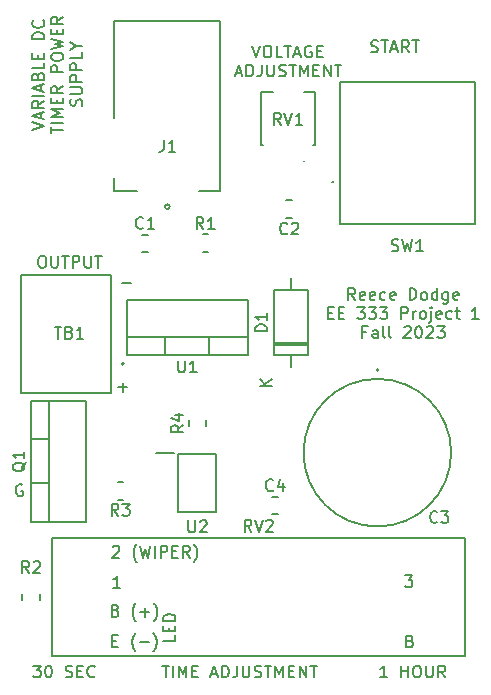
<source format=gbr>
%TF.GenerationSoftware,KiCad,Pcbnew,7.0.8*%
%TF.CreationDate,2023-10-06T13:02:41-07:00*%
%TF.ProjectId,Project_1,50726f6a-6563-4745-9f31-2e6b69636164,rev?*%
%TF.SameCoordinates,Original*%
%TF.FileFunction,Legend,Top*%
%TF.FilePolarity,Positive*%
%FSLAX46Y46*%
G04 Gerber Fmt 4.6, Leading zero omitted, Abs format (unit mm)*
G04 Created by KiCad (PCBNEW 7.0.8) date 2023-10-06 13:02:41*
%MOMM*%
%LPD*%
G01*
G04 APERTURE LIST*
%ADD10C,0.160000*%
G04 APERTURE END LIST*
D10*
X99899498Y-118054299D02*
X99328070Y-118054299D01*
X99613784Y-118054299D02*
X99613784Y-117054299D01*
X99613784Y-117054299D02*
X99518546Y-117197156D01*
X99518546Y-117197156D02*
X99423308Y-117292394D01*
X99423308Y-117292394D02*
X99328070Y-117340013D01*
X101089975Y-118054299D02*
X101089975Y-117054299D01*
X101089975Y-117530489D02*
X101661403Y-117530489D01*
X101661403Y-118054299D02*
X101661403Y-117054299D01*
X102328070Y-117054299D02*
X102518546Y-117054299D01*
X102518546Y-117054299D02*
X102613784Y-117101918D01*
X102613784Y-117101918D02*
X102709022Y-117197156D01*
X102709022Y-117197156D02*
X102756641Y-117387632D01*
X102756641Y-117387632D02*
X102756641Y-117720965D01*
X102756641Y-117720965D02*
X102709022Y-117911441D01*
X102709022Y-117911441D02*
X102613784Y-118006680D01*
X102613784Y-118006680D02*
X102518546Y-118054299D01*
X102518546Y-118054299D02*
X102328070Y-118054299D01*
X102328070Y-118054299D02*
X102232832Y-118006680D01*
X102232832Y-118006680D02*
X102137594Y-117911441D01*
X102137594Y-117911441D02*
X102089975Y-117720965D01*
X102089975Y-117720965D02*
X102089975Y-117387632D01*
X102089975Y-117387632D02*
X102137594Y-117197156D01*
X102137594Y-117197156D02*
X102232832Y-117101918D01*
X102232832Y-117101918D02*
X102328070Y-117054299D01*
X103185213Y-117054299D02*
X103185213Y-117863822D01*
X103185213Y-117863822D02*
X103232832Y-117959060D01*
X103232832Y-117959060D02*
X103280451Y-118006680D01*
X103280451Y-118006680D02*
X103375689Y-118054299D01*
X103375689Y-118054299D02*
X103566165Y-118054299D01*
X103566165Y-118054299D02*
X103661403Y-118006680D01*
X103661403Y-118006680D02*
X103709022Y-117959060D01*
X103709022Y-117959060D02*
X103756641Y-117863822D01*
X103756641Y-117863822D02*
X103756641Y-117054299D01*
X104804260Y-118054299D02*
X104470927Y-117578108D01*
X104232832Y-118054299D02*
X104232832Y-117054299D01*
X104232832Y-117054299D02*
X104613784Y-117054299D01*
X104613784Y-117054299D02*
X104709022Y-117101918D01*
X104709022Y-117101918D02*
X104756641Y-117149537D01*
X104756641Y-117149537D02*
X104804260Y-117244775D01*
X104804260Y-117244775D02*
X104804260Y-117387632D01*
X104804260Y-117387632D02*
X104756641Y-117482870D01*
X104756641Y-117482870D02*
X104709022Y-117530489D01*
X104709022Y-117530489D02*
X104613784Y-117578108D01*
X104613784Y-117578108D02*
X104232832Y-117578108D01*
X69948120Y-117054299D02*
X70567167Y-117054299D01*
X70567167Y-117054299D02*
X70233834Y-117435251D01*
X70233834Y-117435251D02*
X70376691Y-117435251D01*
X70376691Y-117435251D02*
X70471929Y-117482870D01*
X70471929Y-117482870D02*
X70519548Y-117530489D01*
X70519548Y-117530489D02*
X70567167Y-117625727D01*
X70567167Y-117625727D02*
X70567167Y-117863822D01*
X70567167Y-117863822D02*
X70519548Y-117959060D01*
X70519548Y-117959060D02*
X70471929Y-118006680D01*
X70471929Y-118006680D02*
X70376691Y-118054299D01*
X70376691Y-118054299D02*
X70090977Y-118054299D01*
X70090977Y-118054299D02*
X69995739Y-118006680D01*
X69995739Y-118006680D02*
X69948120Y-117959060D01*
X71186215Y-117054299D02*
X71281453Y-117054299D01*
X71281453Y-117054299D02*
X71376691Y-117101918D01*
X71376691Y-117101918D02*
X71424310Y-117149537D01*
X71424310Y-117149537D02*
X71471929Y-117244775D01*
X71471929Y-117244775D02*
X71519548Y-117435251D01*
X71519548Y-117435251D02*
X71519548Y-117673346D01*
X71519548Y-117673346D02*
X71471929Y-117863822D01*
X71471929Y-117863822D02*
X71424310Y-117959060D01*
X71424310Y-117959060D02*
X71376691Y-118006680D01*
X71376691Y-118006680D02*
X71281453Y-118054299D01*
X71281453Y-118054299D02*
X71186215Y-118054299D01*
X71186215Y-118054299D02*
X71090977Y-118006680D01*
X71090977Y-118006680D02*
X71043358Y-117959060D01*
X71043358Y-117959060D02*
X70995739Y-117863822D01*
X70995739Y-117863822D02*
X70948120Y-117673346D01*
X70948120Y-117673346D02*
X70948120Y-117435251D01*
X70948120Y-117435251D02*
X70995739Y-117244775D01*
X70995739Y-117244775D02*
X71043358Y-117149537D01*
X71043358Y-117149537D02*
X71090977Y-117101918D01*
X71090977Y-117101918D02*
X71186215Y-117054299D01*
X72662406Y-118006680D02*
X72805263Y-118054299D01*
X72805263Y-118054299D02*
X73043358Y-118054299D01*
X73043358Y-118054299D02*
X73138596Y-118006680D01*
X73138596Y-118006680D02*
X73186215Y-117959060D01*
X73186215Y-117959060D02*
X73233834Y-117863822D01*
X73233834Y-117863822D02*
X73233834Y-117768584D01*
X73233834Y-117768584D02*
X73186215Y-117673346D01*
X73186215Y-117673346D02*
X73138596Y-117625727D01*
X73138596Y-117625727D02*
X73043358Y-117578108D01*
X73043358Y-117578108D02*
X72852882Y-117530489D01*
X72852882Y-117530489D02*
X72757644Y-117482870D01*
X72757644Y-117482870D02*
X72710025Y-117435251D01*
X72710025Y-117435251D02*
X72662406Y-117340013D01*
X72662406Y-117340013D02*
X72662406Y-117244775D01*
X72662406Y-117244775D02*
X72710025Y-117149537D01*
X72710025Y-117149537D02*
X72757644Y-117101918D01*
X72757644Y-117101918D02*
X72852882Y-117054299D01*
X72852882Y-117054299D02*
X73090977Y-117054299D01*
X73090977Y-117054299D02*
X73233834Y-117101918D01*
X73662406Y-117530489D02*
X73995739Y-117530489D01*
X74138596Y-118054299D02*
X73662406Y-118054299D01*
X73662406Y-118054299D02*
X73662406Y-117054299D01*
X73662406Y-117054299D02*
X74138596Y-117054299D01*
X75138596Y-117959060D02*
X75090977Y-118006680D01*
X75090977Y-118006680D02*
X74948120Y-118054299D01*
X74948120Y-118054299D02*
X74852882Y-118054299D01*
X74852882Y-118054299D02*
X74710025Y-118006680D01*
X74710025Y-118006680D02*
X74614787Y-117911441D01*
X74614787Y-117911441D02*
X74567168Y-117816203D01*
X74567168Y-117816203D02*
X74519549Y-117625727D01*
X74519549Y-117625727D02*
X74519549Y-117482870D01*
X74519549Y-117482870D02*
X74567168Y-117292394D01*
X74567168Y-117292394D02*
X74614787Y-117197156D01*
X74614787Y-117197156D02*
X74710025Y-117101918D01*
X74710025Y-117101918D02*
X74852882Y-117054299D01*
X74852882Y-117054299D02*
X74948120Y-117054299D01*
X74948120Y-117054299D02*
X75090977Y-117101918D01*
X75090977Y-117101918D02*
X75138596Y-117149537D01*
X69011904Y-101751918D02*
X68916666Y-101704299D01*
X68916666Y-101704299D02*
X68773809Y-101704299D01*
X68773809Y-101704299D02*
X68630952Y-101751918D01*
X68630952Y-101751918D02*
X68535714Y-101847156D01*
X68535714Y-101847156D02*
X68488095Y-101942394D01*
X68488095Y-101942394D02*
X68440476Y-102132870D01*
X68440476Y-102132870D02*
X68440476Y-102275727D01*
X68440476Y-102275727D02*
X68488095Y-102466203D01*
X68488095Y-102466203D02*
X68535714Y-102561441D01*
X68535714Y-102561441D02*
X68630952Y-102656680D01*
X68630952Y-102656680D02*
X68773809Y-102704299D01*
X68773809Y-102704299D02*
X68869047Y-102704299D01*
X68869047Y-102704299D02*
X69011904Y-102656680D01*
X69011904Y-102656680D02*
X69059523Y-102609060D01*
X69059523Y-102609060D02*
X69059523Y-102275727D01*
X69059523Y-102275727D02*
X68869047Y-102275727D01*
X88476190Y-64549299D02*
X88809523Y-65549299D01*
X88809523Y-65549299D02*
X89142856Y-64549299D01*
X89666666Y-64549299D02*
X89857142Y-64549299D01*
X89857142Y-64549299D02*
X89952380Y-64596918D01*
X89952380Y-64596918D02*
X90047618Y-64692156D01*
X90047618Y-64692156D02*
X90095237Y-64882632D01*
X90095237Y-64882632D02*
X90095237Y-65215965D01*
X90095237Y-65215965D02*
X90047618Y-65406441D01*
X90047618Y-65406441D02*
X89952380Y-65501680D01*
X89952380Y-65501680D02*
X89857142Y-65549299D01*
X89857142Y-65549299D02*
X89666666Y-65549299D01*
X89666666Y-65549299D02*
X89571428Y-65501680D01*
X89571428Y-65501680D02*
X89476190Y-65406441D01*
X89476190Y-65406441D02*
X89428571Y-65215965D01*
X89428571Y-65215965D02*
X89428571Y-64882632D01*
X89428571Y-64882632D02*
X89476190Y-64692156D01*
X89476190Y-64692156D02*
X89571428Y-64596918D01*
X89571428Y-64596918D02*
X89666666Y-64549299D01*
X90999999Y-65549299D02*
X90523809Y-65549299D01*
X90523809Y-65549299D02*
X90523809Y-64549299D01*
X91190476Y-64549299D02*
X91761904Y-64549299D01*
X91476190Y-65549299D02*
X91476190Y-64549299D01*
X92047619Y-65263584D02*
X92523809Y-65263584D01*
X91952381Y-65549299D02*
X92285714Y-64549299D01*
X92285714Y-64549299D02*
X92619047Y-65549299D01*
X93476190Y-64596918D02*
X93380952Y-64549299D01*
X93380952Y-64549299D02*
X93238095Y-64549299D01*
X93238095Y-64549299D02*
X93095238Y-64596918D01*
X93095238Y-64596918D02*
X93000000Y-64692156D01*
X93000000Y-64692156D02*
X92952381Y-64787394D01*
X92952381Y-64787394D02*
X92904762Y-64977870D01*
X92904762Y-64977870D02*
X92904762Y-65120727D01*
X92904762Y-65120727D02*
X92952381Y-65311203D01*
X92952381Y-65311203D02*
X93000000Y-65406441D01*
X93000000Y-65406441D02*
X93095238Y-65501680D01*
X93095238Y-65501680D02*
X93238095Y-65549299D01*
X93238095Y-65549299D02*
X93333333Y-65549299D01*
X93333333Y-65549299D02*
X93476190Y-65501680D01*
X93476190Y-65501680D02*
X93523809Y-65454060D01*
X93523809Y-65454060D02*
X93523809Y-65120727D01*
X93523809Y-65120727D02*
X93333333Y-65120727D01*
X93952381Y-65025489D02*
X94285714Y-65025489D01*
X94428571Y-65549299D02*
X93952381Y-65549299D01*
X93952381Y-65549299D02*
X93952381Y-64549299D01*
X93952381Y-64549299D02*
X94428571Y-64549299D01*
X87071428Y-66873584D02*
X87547618Y-66873584D01*
X86976190Y-67159299D02*
X87309523Y-66159299D01*
X87309523Y-66159299D02*
X87642856Y-67159299D01*
X87976190Y-67159299D02*
X87976190Y-66159299D01*
X87976190Y-66159299D02*
X88214285Y-66159299D01*
X88214285Y-66159299D02*
X88357142Y-66206918D01*
X88357142Y-66206918D02*
X88452380Y-66302156D01*
X88452380Y-66302156D02*
X88499999Y-66397394D01*
X88499999Y-66397394D02*
X88547618Y-66587870D01*
X88547618Y-66587870D02*
X88547618Y-66730727D01*
X88547618Y-66730727D02*
X88499999Y-66921203D01*
X88499999Y-66921203D02*
X88452380Y-67016441D01*
X88452380Y-67016441D02*
X88357142Y-67111680D01*
X88357142Y-67111680D02*
X88214285Y-67159299D01*
X88214285Y-67159299D02*
X87976190Y-67159299D01*
X89261904Y-66159299D02*
X89261904Y-66873584D01*
X89261904Y-66873584D02*
X89214285Y-67016441D01*
X89214285Y-67016441D02*
X89119047Y-67111680D01*
X89119047Y-67111680D02*
X88976190Y-67159299D01*
X88976190Y-67159299D02*
X88880952Y-67159299D01*
X89738095Y-66159299D02*
X89738095Y-66968822D01*
X89738095Y-66968822D02*
X89785714Y-67064060D01*
X89785714Y-67064060D02*
X89833333Y-67111680D01*
X89833333Y-67111680D02*
X89928571Y-67159299D01*
X89928571Y-67159299D02*
X90119047Y-67159299D01*
X90119047Y-67159299D02*
X90214285Y-67111680D01*
X90214285Y-67111680D02*
X90261904Y-67064060D01*
X90261904Y-67064060D02*
X90309523Y-66968822D01*
X90309523Y-66968822D02*
X90309523Y-66159299D01*
X90738095Y-67111680D02*
X90880952Y-67159299D01*
X90880952Y-67159299D02*
X91119047Y-67159299D01*
X91119047Y-67159299D02*
X91214285Y-67111680D01*
X91214285Y-67111680D02*
X91261904Y-67064060D01*
X91261904Y-67064060D02*
X91309523Y-66968822D01*
X91309523Y-66968822D02*
X91309523Y-66873584D01*
X91309523Y-66873584D02*
X91261904Y-66778346D01*
X91261904Y-66778346D02*
X91214285Y-66730727D01*
X91214285Y-66730727D02*
X91119047Y-66683108D01*
X91119047Y-66683108D02*
X90928571Y-66635489D01*
X90928571Y-66635489D02*
X90833333Y-66587870D01*
X90833333Y-66587870D02*
X90785714Y-66540251D01*
X90785714Y-66540251D02*
X90738095Y-66445013D01*
X90738095Y-66445013D02*
X90738095Y-66349775D01*
X90738095Y-66349775D02*
X90785714Y-66254537D01*
X90785714Y-66254537D02*
X90833333Y-66206918D01*
X90833333Y-66206918D02*
X90928571Y-66159299D01*
X90928571Y-66159299D02*
X91166666Y-66159299D01*
X91166666Y-66159299D02*
X91309523Y-66206918D01*
X91595238Y-66159299D02*
X92166666Y-66159299D01*
X91880952Y-67159299D02*
X91880952Y-66159299D01*
X92500000Y-67159299D02*
X92500000Y-66159299D01*
X92500000Y-66159299D02*
X92833333Y-66873584D01*
X92833333Y-66873584D02*
X93166666Y-66159299D01*
X93166666Y-66159299D02*
X93166666Y-67159299D01*
X93642857Y-66635489D02*
X93976190Y-66635489D01*
X94119047Y-67159299D02*
X93642857Y-67159299D01*
X93642857Y-67159299D02*
X93642857Y-66159299D01*
X93642857Y-66159299D02*
X94119047Y-66159299D01*
X94547619Y-67159299D02*
X94547619Y-66159299D01*
X94547619Y-66159299D02*
X95119047Y-67159299D01*
X95119047Y-67159299D02*
X95119047Y-66159299D01*
X95452381Y-66159299D02*
X96023809Y-66159299D01*
X95738095Y-67159299D02*
X95738095Y-66159299D01*
X97178570Y-86094299D02*
X96845237Y-85618108D01*
X96607142Y-86094299D02*
X96607142Y-85094299D01*
X96607142Y-85094299D02*
X96988094Y-85094299D01*
X96988094Y-85094299D02*
X97083332Y-85141918D01*
X97083332Y-85141918D02*
X97130951Y-85189537D01*
X97130951Y-85189537D02*
X97178570Y-85284775D01*
X97178570Y-85284775D02*
X97178570Y-85427632D01*
X97178570Y-85427632D02*
X97130951Y-85522870D01*
X97130951Y-85522870D02*
X97083332Y-85570489D01*
X97083332Y-85570489D02*
X96988094Y-85618108D01*
X96988094Y-85618108D02*
X96607142Y-85618108D01*
X97988094Y-86046680D02*
X97892856Y-86094299D01*
X97892856Y-86094299D02*
X97702380Y-86094299D01*
X97702380Y-86094299D02*
X97607142Y-86046680D01*
X97607142Y-86046680D02*
X97559523Y-85951441D01*
X97559523Y-85951441D02*
X97559523Y-85570489D01*
X97559523Y-85570489D02*
X97607142Y-85475251D01*
X97607142Y-85475251D02*
X97702380Y-85427632D01*
X97702380Y-85427632D02*
X97892856Y-85427632D01*
X97892856Y-85427632D02*
X97988094Y-85475251D01*
X97988094Y-85475251D02*
X98035713Y-85570489D01*
X98035713Y-85570489D02*
X98035713Y-85665727D01*
X98035713Y-85665727D02*
X97559523Y-85760965D01*
X98845237Y-86046680D02*
X98749999Y-86094299D01*
X98749999Y-86094299D02*
X98559523Y-86094299D01*
X98559523Y-86094299D02*
X98464285Y-86046680D01*
X98464285Y-86046680D02*
X98416666Y-85951441D01*
X98416666Y-85951441D02*
X98416666Y-85570489D01*
X98416666Y-85570489D02*
X98464285Y-85475251D01*
X98464285Y-85475251D02*
X98559523Y-85427632D01*
X98559523Y-85427632D02*
X98749999Y-85427632D01*
X98749999Y-85427632D02*
X98845237Y-85475251D01*
X98845237Y-85475251D02*
X98892856Y-85570489D01*
X98892856Y-85570489D02*
X98892856Y-85665727D01*
X98892856Y-85665727D02*
X98416666Y-85760965D01*
X99749999Y-86046680D02*
X99654761Y-86094299D01*
X99654761Y-86094299D02*
X99464285Y-86094299D01*
X99464285Y-86094299D02*
X99369047Y-86046680D01*
X99369047Y-86046680D02*
X99321428Y-85999060D01*
X99321428Y-85999060D02*
X99273809Y-85903822D01*
X99273809Y-85903822D02*
X99273809Y-85618108D01*
X99273809Y-85618108D02*
X99321428Y-85522870D01*
X99321428Y-85522870D02*
X99369047Y-85475251D01*
X99369047Y-85475251D02*
X99464285Y-85427632D01*
X99464285Y-85427632D02*
X99654761Y-85427632D01*
X99654761Y-85427632D02*
X99749999Y-85475251D01*
X100559523Y-86046680D02*
X100464285Y-86094299D01*
X100464285Y-86094299D02*
X100273809Y-86094299D01*
X100273809Y-86094299D02*
X100178571Y-86046680D01*
X100178571Y-86046680D02*
X100130952Y-85951441D01*
X100130952Y-85951441D02*
X100130952Y-85570489D01*
X100130952Y-85570489D02*
X100178571Y-85475251D01*
X100178571Y-85475251D02*
X100273809Y-85427632D01*
X100273809Y-85427632D02*
X100464285Y-85427632D01*
X100464285Y-85427632D02*
X100559523Y-85475251D01*
X100559523Y-85475251D02*
X100607142Y-85570489D01*
X100607142Y-85570489D02*
X100607142Y-85665727D01*
X100607142Y-85665727D02*
X100130952Y-85760965D01*
X101797619Y-86094299D02*
X101797619Y-85094299D01*
X101797619Y-85094299D02*
X102035714Y-85094299D01*
X102035714Y-85094299D02*
X102178571Y-85141918D01*
X102178571Y-85141918D02*
X102273809Y-85237156D01*
X102273809Y-85237156D02*
X102321428Y-85332394D01*
X102321428Y-85332394D02*
X102369047Y-85522870D01*
X102369047Y-85522870D02*
X102369047Y-85665727D01*
X102369047Y-85665727D02*
X102321428Y-85856203D01*
X102321428Y-85856203D02*
X102273809Y-85951441D01*
X102273809Y-85951441D02*
X102178571Y-86046680D01*
X102178571Y-86046680D02*
X102035714Y-86094299D01*
X102035714Y-86094299D02*
X101797619Y-86094299D01*
X102940476Y-86094299D02*
X102845238Y-86046680D01*
X102845238Y-86046680D02*
X102797619Y-85999060D01*
X102797619Y-85999060D02*
X102750000Y-85903822D01*
X102750000Y-85903822D02*
X102750000Y-85618108D01*
X102750000Y-85618108D02*
X102797619Y-85522870D01*
X102797619Y-85522870D02*
X102845238Y-85475251D01*
X102845238Y-85475251D02*
X102940476Y-85427632D01*
X102940476Y-85427632D02*
X103083333Y-85427632D01*
X103083333Y-85427632D02*
X103178571Y-85475251D01*
X103178571Y-85475251D02*
X103226190Y-85522870D01*
X103226190Y-85522870D02*
X103273809Y-85618108D01*
X103273809Y-85618108D02*
X103273809Y-85903822D01*
X103273809Y-85903822D02*
X103226190Y-85999060D01*
X103226190Y-85999060D02*
X103178571Y-86046680D01*
X103178571Y-86046680D02*
X103083333Y-86094299D01*
X103083333Y-86094299D02*
X102940476Y-86094299D01*
X104130952Y-86094299D02*
X104130952Y-85094299D01*
X104130952Y-86046680D02*
X104035714Y-86094299D01*
X104035714Y-86094299D02*
X103845238Y-86094299D01*
X103845238Y-86094299D02*
X103750000Y-86046680D01*
X103750000Y-86046680D02*
X103702381Y-85999060D01*
X103702381Y-85999060D02*
X103654762Y-85903822D01*
X103654762Y-85903822D02*
X103654762Y-85618108D01*
X103654762Y-85618108D02*
X103702381Y-85522870D01*
X103702381Y-85522870D02*
X103750000Y-85475251D01*
X103750000Y-85475251D02*
X103845238Y-85427632D01*
X103845238Y-85427632D02*
X104035714Y-85427632D01*
X104035714Y-85427632D02*
X104130952Y-85475251D01*
X105035714Y-85427632D02*
X105035714Y-86237156D01*
X105035714Y-86237156D02*
X104988095Y-86332394D01*
X104988095Y-86332394D02*
X104940476Y-86380013D01*
X104940476Y-86380013D02*
X104845238Y-86427632D01*
X104845238Y-86427632D02*
X104702381Y-86427632D01*
X104702381Y-86427632D02*
X104607143Y-86380013D01*
X105035714Y-86046680D02*
X104940476Y-86094299D01*
X104940476Y-86094299D02*
X104750000Y-86094299D01*
X104750000Y-86094299D02*
X104654762Y-86046680D01*
X104654762Y-86046680D02*
X104607143Y-85999060D01*
X104607143Y-85999060D02*
X104559524Y-85903822D01*
X104559524Y-85903822D02*
X104559524Y-85618108D01*
X104559524Y-85618108D02*
X104607143Y-85522870D01*
X104607143Y-85522870D02*
X104654762Y-85475251D01*
X104654762Y-85475251D02*
X104750000Y-85427632D01*
X104750000Y-85427632D02*
X104940476Y-85427632D01*
X104940476Y-85427632D02*
X105035714Y-85475251D01*
X105892857Y-86046680D02*
X105797619Y-86094299D01*
X105797619Y-86094299D02*
X105607143Y-86094299D01*
X105607143Y-86094299D02*
X105511905Y-86046680D01*
X105511905Y-86046680D02*
X105464286Y-85951441D01*
X105464286Y-85951441D02*
X105464286Y-85570489D01*
X105464286Y-85570489D02*
X105511905Y-85475251D01*
X105511905Y-85475251D02*
X105607143Y-85427632D01*
X105607143Y-85427632D02*
X105797619Y-85427632D01*
X105797619Y-85427632D02*
X105892857Y-85475251D01*
X105892857Y-85475251D02*
X105940476Y-85570489D01*
X105940476Y-85570489D02*
X105940476Y-85665727D01*
X105940476Y-85665727D02*
X105464286Y-85760965D01*
X94892856Y-87180489D02*
X95226189Y-87180489D01*
X95369046Y-87704299D02*
X94892856Y-87704299D01*
X94892856Y-87704299D02*
X94892856Y-86704299D01*
X94892856Y-86704299D02*
X95369046Y-86704299D01*
X95797618Y-87180489D02*
X96130951Y-87180489D01*
X96273808Y-87704299D02*
X95797618Y-87704299D01*
X95797618Y-87704299D02*
X95797618Y-86704299D01*
X95797618Y-86704299D02*
X96273808Y-86704299D01*
X97369047Y-86704299D02*
X97988094Y-86704299D01*
X97988094Y-86704299D02*
X97654761Y-87085251D01*
X97654761Y-87085251D02*
X97797618Y-87085251D01*
X97797618Y-87085251D02*
X97892856Y-87132870D01*
X97892856Y-87132870D02*
X97940475Y-87180489D01*
X97940475Y-87180489D02*
X97988094Y-87275727D01*
X97988094Y-87275727D02*
X97988094Y-87513822D01*
X97988094Y-87513822D02*
X97940475Y-87609060D01*
X97940475Y-87609060D02*
X97892856Y-87656680D01*
X97892856Y-87656680D02*
X97797618Y-87704299D01*
X97797618Y-87704299D02*
X97511904Y-87704299D01*
X97511904Y-87704299D02*
X97416666Y-87656680D01*
X97416666Y-87656680D02*
X97369047Y-87609060D01*
X98321428Y-86704299D02*
X98940475Y-86704299D01*
X98940475Y-86704299D02*
X98607142Y-87085251D01*
X98607142Y-87085251D02*
X98749999Y-87085251D01*
X98749999Y-87085251D02*
X98845237Y-87132870D01*
X98845237Y-87132870D02*
X98892856Y-87180489D01*
X98892856Y-87180489D02*
X98940475Y-87275727D01*
X98940475Y-87275727D02*
X98940475Y-87513822D01*
X98940475Y-87513822D02*
X98892856Y-87609060D01*
X98892856Y-87609060D02*
X98845237Y-87656680D01*
X98845237Y-87656680D02*
X98749999Y-87704299D01*
X98749999Y-87704299D02*
X98464285Y-87704299D01*
X98464285Y-87704299D02*
X98369047Y-87656680D01*
X98369047Y-87656680D02*
X98321428Y-87609060D01*
X99273809Y-86704299D02*
X99892856Y-86704299D01*
X99892856Y-86704299D02*
X99559523Y-87085251D01*
X99559523Y-87085251D02*
X99702380Y-87085251D01*
X99702380Y-87085251D02*
X99797618Y-87132870D01*
X99797618Y-87132870D02*
X99845237Y-87180489D01*
X99845237Y-87180489D02*
X99892856Y-87275727D01*
X99892856Y-87275727D02*
X99892856Y-87513822D01*
X99892856Y-87513822D02*
X99845237Y-87609060D01*
X99845237Y-87609060D02*
X99797618Y-87656680D01*
X99797618Y-87656680D02*
X99702380Y-87704299D01*
X99702380Y-87704299D02*
X99416666Y-87704299D01*
X99416666Y-87704299D02*
X99321428Y-87656680D01*
X99321428Y-87656680D02*
X99273809Y-87609060D01*
X101083333Y-87704299D02*
X101083333Y-86704299D01*
X101083333Y-86704299D02*
X101464285Y-86704299D01*
X101464285Y-86704299D02*
X101559523Y-86751918D01*
X101559523Y-86751918D02*
X101607142Y-86799537D01*
X101607142Y-86799537D02*
X101654761Y-86894775D01*
X101654761Y-86894775D02*
X101654761Y-87037632D01*
X101654761Y-87037632D02*
X101607142Y-87132870D01*
X101607142Y-87132870D02*
X101559523Y-87180489D01*
X101559523Y-87180489D02*
X101464285Y-87228108D01*
X101464285Y-87228108D02*
X101083333Y-87228108D01*
X102083333Y-87704299D02*
X102083333Y-87037632D01*
X102083333Y-87228108D02*
X102130952Y-87132870D01*
X102130952Y-87132870D02*
X102178571Y-87085251D01*
X102178571Y-87085251D02*
X102273809Y-87037632D01*
X102273809Y-87037632D02*
X102369047Y-87037632D01*
X102845238Y-87704299D02*
X102750000Y-87656680D01*
X102750000Y-87656680D02*
X102702381Y-87609060D01*
X102702381Y-87609060D02*
X102654762Y-87513822D01*
X102654762Y-87513822D02*
X102654762Y-87228108D01*
X102654762Y-87228108D02*
X102702381Y-87132870D01*
X102702381Y-87132870D02*
X102750000Y-87085251D01*
X102750000Y-87085251D02*
X102845238Y-87037632D01*
X102845238Y-87037632D02*
X102988095Y-87037632D01*
X102988095Y-87037632D02*
X103083333Y-87085251D01*
X103083333Y-87085251D02*
X103130952Y-87132870D01*
X103130952Y-87132870D02*
X103178571Y-87228108D01*
X103178571Y-87228108D02*
X103178571Y-87513822D01*
X103178571Y-87513822D02*
X103130952Y-87609060D01*
X103130952Y-87609060D02*
X103083333Y-87656680D01*
X103083333Y-87656680D02*
X102988095Y-87704299D01*
X102988095Y-87704299D02*
X102845238Y-87704299D01*
X103607143Y-87037632D02*
X103607143Y-87894775D01*
X103607143Y-87894775D02*
X103559524Y-87990013D01*
X103559524Y-87990013D02*
X103464286Y-88037632D01*
X103464286Y-88037632D02*
X103416667Y-88037632D01*
X103607143Y-86704299D02*
X103559524Y-86751918D01*
X103559524Y-86751918D02*
X103607143Y-86799537D01*
X103607143Y-86799537D02*
X103654762Y-86751918D01*
X103654762Y-86751918D02*
X103607143Y-86704299D01*
X103607143Y-86704299D02*
X103607143Y-86799537D01*
X104464285Y-87656680D02*
X104369047Y-87704299D01*
X104369047Y-87704299D02*
X104178571Y-87704299D01*
X104178571Y-87704299D02*
X104083333Y-87656680D01*
X104083333Y-87656680D02*
X104035714Y-87561441D01*
X104035714Y-87561441D02*
X104035714Y-87180489D01*
X104035714Y-87180489D02*
X104083333Y-87085251D01*
X104083333Y-87085251D02*
X104178571Y-87037632D01*
X104178571Y-87037632D02*
X104369047Y-87037632D01*
X104369047Y-87037632D02*
X104464285Y-87085251D01*
X104464285Y-87085251D02*
X104511904Y-87180489D01*
X104511904Y-87180489D02*
X104511904Y-87275727D01*
X104511904Y-87275727D02*
X104035714Y-87370965D01*
X105369047Y-87656680D02*
X105273809Y-87704299D01*
X105273809Y-87704299D02*
X105083333Y-87704299D01*
X105083333Y-87704299D02*
X104988095Y-87656680D01*
X104988095Y-87656680D02*
X104940476Y-87609060D01*
X104940476Y-87609060D02*
X104892857Y-87513822D01*
X104892857Y-87513822D02*
X104892857Y-87228108D01*
X104892857Y-87228108D02*
X104940476Y-87132870D01*
X104940476Y-87132870D02*
X104988095Y-87085251D01*
X104988095Y-87085251D02*
X105083333Y-87037632D01*
X105083333Y-87037632D02*
X105273809Y-87037632D01*
X105273809Y-87037632D02*
X105369047Y-87085251D01*
X105654762Y-87037632D02*
X106035714Y-87037632D01*
X105797619Y-86704299D02*
X105797619Y-87561441D01*
X105797619Y-87561441D02*
X105845238Y-87656680D01*
X105845238Y-87656680D02*
X105940476Y-87704299D01*
X105940476Y-87704299D02*
X106035714Y-87704299D01*
X107654762Y-87704299D02*
X107083334Y-87704299D01*
X107369048Y-87704299D02*
X107369048Y-86704299D01*
X107369048Y-86704299D02*
X107273810Y-86847156D01*
X107273810Y-86847156D02*
X107178572Y-86942394D01*
X107178572Y-86942394D02*
X107083334Y-86990013D01*
X98130951Y-88790489D02*
X97797618Y-88790489D01*
X97797618Y-89314299D02*
X97797618Y-88314299D01*
X97797618Y-88314299D02*
X98273808Y-88314299D01*
X99083332Y-89314299D02*
X99083332Y-88790489D01*
X99083332Y-88790489D02*
X99035713Y-88695251D01*
X99035713Y-88695251D02*
X98940475Y-88647632D01*
X98940475Y-88647632D02*
X98749999Y-88647632D01*
X98749999Y-88647632D02*
X98654761Y-88695251D01*
X99083332Y-89266680D02*
X98988094Y-89314299D01*
X98988094Y-89314299D02*
X98749999Y-89314299D01*
X98749999Y-89314299D02*
X98654761Y-89266680D01*
X98654761Y-89266680D02*
X98607142Y-89171441D01*
X98607142Y-89171441D02*
X98607142Y-89076203D01*
X98607142Y-89076203D02*
X98654761Y-88980965D01*
X98654761Y-88980965D02*
X98749999Y-88933346D01*
X98749999Y-88933346D02*
X98988094Y-88933346D01*
X98988094Y-88933346D02*
X99083332Y-88885727D01*
X99702380Y-89314299D02*
X99607142Y-89266680D01*
X99607142Y-89266680D02*
X99559523Y-89171441D01*
X99559523Y-89171441D02*
X99559523Y-88314299D01*
X100226190Y-89314299D02*
X100130952Y-89266680D01*
X100130952Y-89266680D02*
X100083333Y-89171441D01*
X100083333Y-89171441D02*
X100083333Y-88314299D01*
X101321429Y-88409537D02*
X101369048Y-88361918D01*
X101369048Y-88361918D02*
X101464286Y-88314299D01*
X101464286Y-88314299D02*
X101702381Y-88314299D01*
X101702381Y-88314299D02*
X101797619Y-88361918D01*
X101797619Y-88361918D02*
X101845238Y-88409537D01*
X101845238Y-88409537D02*
X101892857Y-88504775D01*
X101892857Y-88504775D02*
X101892857Y-88600013D01*
X101892857Y-88600013D02*
X101845238Y-88742870D01*
X101845238Y-88742870D02*
X101273810Y-89314299D01*
X101273810Y-89314299D02*
X101892857Y-89314299D01*
X102511905Y-88314299D02*
X102607143Y-88314299D01*
X102607143Y-88314299D02*
X102702381Y-88361918D01*
X102702381Y-88361918D02*
X102750000Y-88409537D01*
X102750000Y-88409537D02*
X102797619Y-88504775D01*
X102797619Y-88504775D02*
X102845238Y-88695251D01*
X102845238Y-88695251D02*
X102845238Y-88933346D01*
X102845238Y-88933346D02*
X102797619Y-89123822D01*
X102797619Y-89123822D02*
X102750000Y-89219060D01*
X102750000Y-89219060D02*
X102702381Y-89266680D01*
X102702381Y-89266680D02*
X102607143Y-89314299D01*
X102607143Y-89314299D02*
X102511905Y-89314299D01*
X102511905Y-89314299D02*
X102416667Y-89266680D01*
X102416667Y-89266680D02*
X102369048Y-89219060D01*
X102369048Y-89219060D02*
X102321429Y-89123822D01*
X102321429Y-89123822D02*
X102273810Y-88933346D01*
X102273810Y-88933346D02*
X102273810Y-88695251D01*
X102273810Y-88695251D02*
X102321429Y-88504775D01*
X102321429Y-88504775D02*
X102369048Y-88409537D01*
X102369048Y-88409537D02*
X102416667Y-88361918D01*
X102416667Y-88361918D02*
X102511905Y-88314299D01*
X103226191Y-88409537D02*
X103273810Y-88361918D01*
X103273810Y-88361918D02*
X103369048Y-88314299D01*
X103369048Y-88314299D02*
X103607143Y-88314299D01*
X103607143Y-88314299D02*
X103702381Y-88361918D01*
X103702381Y-88361918D02*
X103750000Y-88409537D01*
X103750000Y-88409537D02*
X103797619Y-88504775D01*
X103797619Y-88504775D02*
X103797619Y-88600013D01*
X103797619Y-88600013D02*
X103750000Y-88742870D01*
X103750000Y-88742870D02*
X103178572Y-89314299D01*
X103178572Y-89314299D02*
X103797619Y-89314299D01*
X104130953Y-88314299D02*
X104750000Y-88314299D01*
X104750000Y-88314299D02*
X104416667Y-88695251D01*
X104416667Y-88695251D02*
X104559524Y-88695251D01*
X104559524Y-88695251D02*
X104654762Y-88742870D01*
X104654762Y-88742870D02*
X104702381Y-88790489D01*
X104702381Y-88790489D02*
X104750000Y-88885727D01*
X104750000Y-88885727D02*
X104750000Y-89123822D01*
X104750000Y-89123822D02*
X104702381Y-89219060D01*
X104702381Y-89219060D02*
X104654762Y-89266680D01*
X104654762Y-89266680D02*
X104559524Y-89314299D01*
X104559524Y-89314299D02*
X104273810Y-89314299D01*
X104273810Y-89314299D02*
X104178572Y-89266680D01*
X104178572Y-89266680D02*
X104130953Y-89219060D01*
X98545739Y-65071680D02*
X98688596Y-65119299D01*
X98688596Y-65119299D02*
X98926691Y-65119299D01*
X98926691Y-65119299D02*
X99021929Y-65071680D01*
X99021929Y-65071680D02*
X99069548Y-65024060D01*
X99069548Y-65024060D02*
X99117167Y-64928822D01*
X99117167Y-64928822D02*
X99117167Y-64833584D01*
X99117167Y-64833584D02*
X99069548Y-64738346D01*
X99069548Y-64738346D02*
X99021929Y-64690727D01*
X99021929Y-64690727D02*
X98926691Y-64643108D01*
X98926691Y-64643108D02*
X98736215Y-64595489D01*
X98736215Y-64595489D02*
X98640977Y-64547870D01*
X98640977Y-64547870D02*
X98593358Y-64500251D01*
X98593358Y-64500251D02*
X98545739Y-64405013D01*
X98545739Y-64405013D02*
X98545739Y-64309775D01*
X98545739Y-64309775D02*
X98593358Y-64214537D01*
X98593358Y-64214537D02*
X98640977Y-64166918D01*
X98640977Y-64166918D02*
X98736215Y-64119299D01*
X98736215Y-64119299D02*
X98974310Y-64119299D01*
X98974310Y-64119299D02*
X99117167Y-64166918D01*
X99402882Y-64119299D02*
X99974310Y-64119299D01*
X99688596Y-65119299D02*
X99688596Y-64119299D01*
X100260025Y-64833584D02*
X100736215Y-64833584D01*
X100164787Y-65119299D02*
X100498120Y-64119299D01*
X100498120Y-64119299D02*
X100831453Y-65119299D01*
X101736215Y-65119299D02*
X101402882Y-64643108D01*
X101164787Y-65119299D02*
X101164787Y-64119299D01*
X101164787Y-64119299D02*
X101545739Y-64119299D01*
X101545739Y-64119299D02*
X101640977Y-64166918D01*
X101640977Y-64166918D02*
X101688596Y-64214537D01*
X101688596Y-64214537D02*
X101736215Y-64309775D01*
X101736215Y-64309775D02*
X101736215Y-64452632D01*
X101736215Y-64452632D02*
X101688596Y-64547870D01*
X101688596Y-64547870D02*
X101640977Y-64595489D01*
X101640977Y-64595489D02*
X101545739Y-64643108D01*
X101545739Y-64643108D02*
X101164787Y-64643108D01*
X102021930Y-64119299D02*
X102593358Y-64119299D01*
X102307644Y-65119299D02*
X102307644Y-64119299D01*
X70595238Y-82354299D02*
X70785714Y-82354299D01*
X70785714Y-82354299D02*
X70880952Y-82401918D01*
X70880952Y-82401918D02*
X70976190Y-82497156D01*
X70976190Y-82497156D02*
X71023809Y-82687632D01*
X71023809Y-82687632D02*
X71023809Y-83020965D01*
X71023809Y-83020965D02*
X70976190Y-83211441D01*
X70976190Y-83211441D02*
X70880952Y-83306680D01*
X70880952Y-83306680D02*
X70785714Y-83354299D01*
X70785714Y-83354299D02*
X70595238Y-83354299D01*
X70595238Y-83354299D02*
X70500000Y-83306680D01*
X70500000Y-83306680D02*
X70404762Y-83211441D01*
X70404762Y-83211441D02*
X70357143Y-83020965D01*
X70357143Y-83020965D02*
X70357143Y-82687632D01*
X70357143Y-82687632D02*
X70404762Y-82497156D01*
X70404762Y-82497156D02*
X70500000Y-82401918D01*
X70500000Y-82401918D02*
X70595238Y-82354299D01*
X71452381Y-82354299D02*
X71452381Y-83163822D01*
X71452381Y-83163822D02*
X71500000Y-83259060D01*
X71500000Y-83259060D02*
X71547619Y-83306680D01*
X71547619Y-83306680D02*
X71642857Y-83354299D01*
X71642857Y-83354299D02*
X71833333Y-83354299D01*
X71833333Y-83354299D02*
X71928571Y-83306680D01*
X71928571Y-83306680D02*
X71976190Y-83259060D01*
X71976190Y-83259060D02*
X72023809Y-83163822D01*
X72023809Y-83163822D02*
X72023809Y-82354299D01*
X72357143Y-82354299D02*
X72928571Y-82354299D01*
X72642857Y-83354299D02*
X72642857Y-82354299D01*
X73261905Y-83354299D02*
X73261905Y-82354299D01*
X73261905Y-82354299D02*
X73642857Y-82354299D01*
X73642857Y-82354299D02*
X73738095Y-82401918D01*
X73738095Y-82401918D02*
X73785714Y-82449537D01*
X73785714Y-82449537D02*
X73833333Y-82544775D01*
X73833333Y-82544775D02*
X73833333Y-82687632D01*
X73833333Y-82687632D02*
X73785714Y-82782870D01*
X73785714Y-82782870D02*
X73738095Y-82830489D01*
X73738095Y-82830489D02*
X73642857Y-82878108D01*
X73642857Y-82878108D02*
X73261905Y-82878108D01*
X74261905Y-82354299D02*
X74261905Y-83163822D01*
X74261905Y-83163822D02*
X74309524Y-83259060D01*
X74309524Y-83259060D02*
X74357143Y-83306680D01*
X74357143Y-83306680D02*
X74452381Y-83354299D01*
X74452381Y-83354299D02*
X74642857Y-83354299D01*
X74642857Y-83354299D02*
X74738095Y-83306680D01*
X74738095Y-83306680D02*
X74785714Y-83259060D01*
X74785714Y-83259060D02*
X74833333Y-83163822D01*
X74833333Y-83163822D02*
X74833333Y-82354299D01*
X75166667Y-82354299D02*
X75738095Y-82354299D01*
X75452381Y-83354299D02*
X75452381Y-82354299D01*
X80852381Y-117054299D02*
X81423809Y-117054299D01*
X81138095Y-118054299D02*
X81138095Y-117054299D01*
X81757143Y-118054299D02*
X81757143Y-117054299D01*
X82233333Y-118054299D02*
X82233333Y-117054299D01*
X82233333Y-117054299D02*
X82566666Y-117768584D01*
X82566666Y-117768584D02*
X82899999Y-117054299D01*
X82899999Y-117054299D02*
X82899999Y-118054299D01*
X83376190Y-117530489D02*
X83709523Y-117530489D01*
X83852380Y-118054299D02*
X83376190Y-118054299D01*
X83376190Y-118054299D02*
X83376190Y-117054299D01*
X83376190Y-117054299D02*
X83852380Y-117054299D01*
X84995238Y-117768584D02*
X85471428Y-117768584D01*
X84900000Y-118054299D02*
X85233333Y-117054299D01*
X85233333Y-117054299D02*
X85566666Y-118054299D01*
X85900000Y-118054299D02*
X85900000Y-117054299D01*
X85900000Y-117054299D02*
X86138095Y-117054299D01*
X86138095Y-117054299D02*
X86280952Y-117101918D01*
X86280952Y-117101918D02*
X86376190Y-117197156D01*
X86376190Y-117197156D02*
X86423809Y-117292394D01*
X86423809Y-117292394D02*
X86471428Y-117482870D01*
X86471428Y-117482870D02*
X86471428Y-117625727D01*
X86471428Y-117625727D02*
X86423809Y-117816203D01*
X86423809Y-117816203D02*
X86376190Y-117911441D01*
X86376190Y-117911441D02*
X86280952Y-118006680D01*
X86280952Y-118006680D02*
X86138095Y-118054299D01*
X86138095Y-118054299D02*
X85900000Y-118054299D01*
X87185714Y-117054299D02*
X87185714Y-117768584D01*
X87185714Y-117768584D02*
X87138095Y-117911441D01*
X87138095Y-117911441D02*
X87042857Y-118006680D01*
X87042857Y-118006680D02*
X86900000Y-118054299D01*
X86900000Y-118054299D02*
X86804762Y-118054299D01*
X87661905Y-117054299D02*
X87661905Y-117863822D01*
X87661905Y-117863822D02*
X87709524Y-117959060D01*
X87709524Y-117959060D02*
X87757143Y-118006680D01*
X87757143Y-118006680D02*
X87852381Y-118054299D01*
X87852381Y-118054299D02*
X88042857Y-118054299D01*
X88042857Y-118054299D02*
X88138095Y-118006680D01*
X88138095Y-118006680D02*
X88185714Y-117959060D01*
X88185714Y-117959060D02*
X88233333Y-117863822D01*
X88233333Y-117863822D02*
X88233333Y-117054299D01*
X88661905Y-118006680D02*
X88804762Y-118054299D01*
X88804762Y-118054299D02*
X89042857Y-118054299D01*
X89042857Y-118054299D02*
X89138095Y-118006680D01*
X89138095Y-118006680D02*
X89185714Y-117959060D01*
X89185714Y-117959060D02*
X89233333Y-117863822D01*
X89233333Y-117863822D02*
X89233333Y-117768584D01*
X89233333Y-117768584D02*
X89185714Y-117673346D01*
X89185714Y-117673346D02*
X89138095Y-117625727D01*
X89138095Y-117625727D02*
X89042857Y-117578108D01*
X89042857Y-117578108D02*
X88852381Y-117530489D01*
X88852381Y-117530489D02*
X88757143Y-117482870D01*
X88757143Y-117482870D02*
X88709524Y-117435251D01*
X88709524Y-117435251D02*
X88661905Y-117340013D01*
X88661905Y-117340013D02*
X88661905Y-117244775D01*
X88661905Y-117244775D02*
X88709524Y-117149537D01*
X88709524Y-117149537D02*
X88757143Y-117101918D01*
X88757143Y-117101918D02*
X88852381Y-117054299D01*
X88852381Y-117054299D02*
X89090476Y-117054299D01*
X89090476Y-117054299D02*
X89233333Y-117101918D01*
X89519048Y-117054299D02*
X90090476Y-117054299D01*
X89804762Y-118054299D02*
X89804762Y-117054299D01*
X90423810Y-118054299D02*
X90423810Y-117054299D01*
X90423810Y-117054299D02*
X90757143Y-117768584D01*
X90757143Y-117768584D02*
X91090476Y-117054299D01*
X91090476Y-117054299D02*
X91090476Y-118054299D01*
X91566667Y-117530489D02*
X91900000Y-117530489D01*
X92042857Y-118054299D02*
X91566667Y-118054299D01*
X91566667Y-118054299D02*
X91566667Y-117054299D01*
X91566667Y-117054299D02*
X92042857Y-117054299D01*
X92471429Y-118054299D02*
X92471429Y-117054299D01*
X92471429Y-117054299D02*
X93042857Y-118054299D01*
X93042857Y-118054299D02*
X93042857Y-117054299D01*
X93376191Y-117054299D02*
X93947619Y-117054299D01*
X93661905Y-118054299D02*
X93661905Y-117054299D01*
X77119048Y-93473346D02*
X77880953Y-93473346D01*
X77500000Y-93854299D02*
X77500000Y-93092394D01*
X77419048Y-84673346D02*
X78180953Y-84673346D01*
X69844299Y-71666666D02*
X70844299Y-71333333D01*
X70844299Y-71333333D02*
X69844299Y-71000000D01*
X70558584Y-70714285D02*
X70558584Y-70238095D01*
X70844299Y-70809523D02*
X69844299Y-70476190D01*
X69844299Y-70476190D02*
X70844299Y-70142857D01*
X70844299Y-69238095D02*
X70368108Y-69571428D01*
X70844299Y-69809523D02*
X69844299Y-69809523D01*
X69844299Y-69809523D02*
X69844299Y-69428571D01*
X69844299Y-69428571D02*
X69891918Y-69333333D01*
X69891918Y-69333333D02*
X69939537Y-69285714D01*
X69939537Y-69285714D02*
X70034775Y-69238095D01*
X70034775Y-69238095D02*
X70177632Y-69238095D01*
X70177632Y-69238095D02*
X70272870Y-69285714D01*
X70272870Y-69285714D02*
X70320489Y-69333333D01*
X70320489Y-69333333D02*
X70368108Y-69428571D01*
X70368108Y-69428571D02*
X70368108Y-69809523D01*
X70844299Y-68809523D02*
X69844299Y-68809523D01*
X70558584Y-68380952D02*
X70558584Y-67904762D01*
X70844299Y-68476190D02*
X69844299Y-68142857D01*
X69844299Y-68142857D02*
X70844299Y-67809524D01*
X70320489Y-67142857D02*
X70368108Y-67000000D01*
X70368108Y-67000000D02*
X70415727Y-66952381D01*
X70415727Y-66952381D02*
X70510965Y-66904762D01*
X70510965Y-66904762D02*
X70653822Y-66904762D01*
X70653822Y-66904762D02*
X70749060Y-66952381D01*
X70749060Y-66952381D02*
X70796680Y-67000000D01*
X70796680Y-67000000D02*
X70844299Y-67095238D01*
X70844299Y-67095238D02*
X70844299Y-67476190D01*
X70844299Y-67476190D02*
X69844299Y-67476190D01*
X69844299Y-67476190D02*
X69844299Y-67142857D01*
X69844299Y-67142857D02*
X69891918Y-67047619D01*
X69891918Y-67047619D02*
X69939537Y-67000000D01*
X69939537Y-67000000D02*
X70034775Y-66952381D01*
X70034775Y-66952381D02*
X70130013Y-66952381D01*
X70130013Y-66952381D02*
X70225251Y-67000000D01*
X70225251Y-67000000D02*
X70272870Y-67047619D01*
X70272870Y-67047619D02*
X70320489Y-67142857D01*
X70320489Y-67142857D02*
X70320489Y-67476190D01*
X70844299Y-66000000D02*
X70844299Y-66476190D01*
X70844299Y-66476190D02*
X69844299Y-66476190D01*
X70320489Y-65666666D02*
X70320489Y-65333333D01*
X70844299Y-65190476D02*
X70844299Y-65666666D01*
X70844299Y-65666666D02*
X69844299Y-65666666D01*
X69844299Y-65666666D02*
X69844299Y-65190476D01*
X70844299Y-63999999D02*
X69844299Y-63999999D01*
X69844299Y-63999999D02*
X69844299Y-63761904D01*
X69844299Y-63761904D02*
X69891918Y-63619047D01*
X69891918Y-63619047D02*
X69987156Y-63523809D01*
X69987156Y-63523809D02*
X70082394Y-63476190D01*
X70082394Y-63476190D02*
X70272870Y-63428571D01*
X70272870Y-63428571D02*
X70415727Y-63428571D01*
X70415727Y-63428571D02*
X70606203Y-63476190D01*
X70606203Y-63476190D02*
X70701441Y-63523809D01*
X70701441Y-63523809D02*
X70796680Y-63619047D01*
X70796680Y-63619047D02*
X70844299Y-63761904D01*
X70844299Y-63761904D02*
X70844299Y-63999999D01*
X70749060Y-62428571D02*
X70796680Y-62476190D01*
X70796680Y-62476190D02*
X70844299Y-62619047D01*
X70844299Y-62619047D02*
X70844299Y-62714285D01*
X70844299Y-62714285D02*
X70796680Y-62857142D01*
X70796680Y-62857142D02*
X70701441Y-62952380D01*
X70701441Y-62952380D02*
X70606203Y-62999999D01*
X70606203Y-62999999D02*
X70415727Y-63047618D01*
X70415727Y-63047618D02*
X70272870Y-63047618D01*
X70272870Y-63047618D02*
X70082394Y-62999999D01*
X70082394Y-62999999D02*
X69987156Y-62952380D01*
X69987156Y-62952380D02*
X69891918Y-62857142D01*
X69891918Y-62857142D02*
X69844299Y-62714285D01*
X69844299Y-62714285D02*
X69844299Y-62619047D01*
X69844299Y-62619047D02*
X69891918Y-62476190D01*
X69891918Y-62476190D02*
X69939537Y-62428571D01*
X71454299Y-71976189D02*
X71454299Y-71404761D01*
X72454299Y-71690475D02*
X71454299Y-71690475D01*
X72454299Y-71071427D02*
X71454299Y-71071427D01*
X72454299Y-70595237D02*
X71454299Y-70595237D01*
X71454299Y-70595237D02*
X72168584Y-70261904D01*
X72168584Y-70261904D02*
X71454299Y-69928571D01*
X71454299Y-69928571D02*
X72454299Y-69928571D01*
X71930489Y-69452380D02*
X71930489Y-69119047D01*
X72454299Y-68976190D02*
X72454299Y-69452380D01*
X72454299Y-69452380D02*
X71454299Y-69452380D01*
X71454299Y-69452380D02*
X71454299Y-68976190D01*
X72454299Y-67976190D02*
X71978108Y-68309523D01*
X72454299Y-68547618D02*
X71454299Y-68547618D01*
X71454299Y-68547618D02*
X71454299Y-68166666D01*
X71454299Y-68166666D02*
X71501918Y-68071428D01*
X71501918Y-68071428D02*
X71549537Y-68023809D01*
X71549537Y-68023809D02*
X71644775Y-67976190D01*
X71644775Y-67976190D02*
X71787632Y-67976190D01*
X71787632Y-67976190D02*
X71882870Y-68023809D01*
X71882870Y-68023809D02*
X71930489Y-68071428D01*
X71930489Y-68071428D02*
X71978108Y-68166666D01*
X71978108Y-68166666D02*
X71978108Y-68547618D01*
X72454299Y-66785713D02*
X71454299Y-66785713D01*
X71454299Y-66785713D02*
X71454299Y-66404761D01*
X71454299Y-66404761D02*
X71501918Y-66309523D01*
X71501918Y-66309523D02*
X71549537Y-66261904D01*
X71549537Y-66261904D02*
X71644775Y-66214285D01*
X71644775Y-66214285D02*
X71787632Y-66214285D01*
X71787632Y-66214285D02*
X71882870Y-66261904D01*
X71882870Y-66261904D02*
X71930489Y-66309523D01*
X71930489Y-66309523D02*
X71978108Y-66404761D01*
X71978108Y-66404761D02*
X71978108Y-66785713D01*
X71454299Y-65595237D02*
X71454299Y-65404761D01*
X71454299Y-65404761D02*
X71501918Y-65309523D01*
X71501918Y-65309523D02*
X71597156Y-65214285D01*
X71597156Y-65214285D02*
X71787632Y-65166666D01*
X71787632Y-65166666D02*
X72120965Y-65166666D01*
X72120965Y-65166666D02*
X72311441Y-65214285D01*
X72311441Y-65214285D02*
X72406680Y-65309523D01*
X72406680Y-65309523D02*
X72454299Y-65404761D01*
X72454299Y-65404761D02*
X72454299Y-65595237D01*
X72454299Y-65595237D02*
X72406680Y-65690475D01*
X72406680Y-65690475D02*
X72311441Y-65785713D01*
X72311441Y-65785713D02*
X72120965Y-65833332D01*
X72120965Y-65833332D02*
X71787632Y-65833332D01*
X71787632Y-65833332D02*
X71597156Y-65785713D01*
X71597156Y-65785713D02*
X71501918Y-65690475D01*
X71501918Y-65690475D02*
X71454299Y-65595237D01*
X71454299Y-64833332D02*
X72454299Y-64595237D01*
X72454299Y-64595237D02*
X71740013Y-64404761D01*
X71740013Y-64404761D02*
X72454299Y-64214285D01*
X72454299Y-64214285D02*
X71454299Y-63976190D01*
X71930489Y-63595237D02*
X71930489Y-63261904D01*
X72454299Y-63119047D02*
X72454299Y-63595237D01*
X72454299Y-63595237D02*
X71454299Y-63595237D01*
X71454299Y-63595237D02*
X71454299Y-63119047D01*
X72454299Y-62119047D02*
X71978108Y-62452380D01*
X72454299Y-62690475D02*
X71454299Y-62690475D01*
X71454299Y-62690475D02*
X71454299Y-62309523D01*
X71454299Y-62309523D02*
X71501918Y-62214285D01*
X71501918Y-62214285D02*
X71549537Y-62166666D01*
X71549537Y-62166666D02*
X71644775Y-62119047D01*
X71644775Y-62119047D02*
X71787632Y-62119047D01*
X71787632Y-62119047D02*
X71882870Y-62166666D01*
X71882870Y-62166666D02*
X71930489Y-62214285D01*
X71930489Y-62214285D02*
X71978108Y-62309523D01*
X71978108Y-62309523D02*
X71978108Y-62690475D01*
X74016680Y-69642856D02*
X74064299Y-69499999D01*
X74064299Y-69499999D02*
X74064299Y-69261904D01*
X74064299Y-69261904D02*
X74016680Y-69166666D01*
X74016680Y-69166666D02*
X73969060Y-69119047D01*
X73969060Y-69119047D02*
X73873822Y-69071428D01*
X73873822Y-69071428D02*
X73778584Y-69071428D01*
X73778584Y-69071428D02*
X73683346Y-69119047D01*
X73683346Y-69119047D02*
X73635727Y-69166666D01*
X73635727Y-69166666D02*
X73588108Y-69261904D01*
X73588108Y-69261904D02*
X73540489Y-69452380D01*
X73540489Y-69452380D02*
X73492870Y-69547618D01*
X73492870Y-69547618D02*
X73445251Y-69595237D01*
X73445251Y-69595237D02*
X73350013Y-69642856D01*
X73350013Y-69642856D02*
X73254775Y-69642856D01*
X73254775Y-69642856D02*
X73159537Y-69595237D01*
X73159537Y-69595237D02*
X73111918Y-69547618D01*
X73111918Y-69547618D02*
X73064299Y-69452380D01*
X73064299Y-69452380D02*
X73064299Y-69214285D01*
X73064299Y-69214285D02*
X73111918Y-69071428D01*
X73064299Y-68642856D02*
X73873822Y-68642856D01*
X73873822Y-68642856D02*
X73969060Y-68595237D01*
X73969060Y-68595237D02*
X74016680Y-68547618D01*
X74016680Y-68547618D02*
X74064299Y-68452380D01*
X74064299Y-68452380D02*
X74064299Y-68261904D01*
X74064299Y-68261904D02*
X74016680Y-68166666D01*
X74016680Y-68166666D02*
X73969060Y-68119047D01*
X73969060Y-68119047D02*
X73873822Y-68071428D01*
X73873822Y-68071428D02*
X73064299Y-68071428D01*
X74064299Y-67595237D02*
X73064299Y-67595237D01*
X73064299Y-67595237D02*
X73064299Y-67214285D01*
X73064299Y-67214285D02*
X73111918Y-67119047D01*
X73111918Y-67119047D02*
X73159537Y-67071428D01*
X73159537Y-67071428D02*
X73254775Y-67023809D01*
X73254775Y-67023809D02*
X73397632Y-67023809D01*
X73397632Y-67023809D02*
X73492870Y-67071428D01*
X73492870Y-67071428D02*
X73540489Y-67119047D01*
X73540489Y-67119047D02*
X73588108Y-67214285D01*
X73588108Y-67214285D02*
X73588108Y-67595237D01*
X74064299Y-66595237D02*
X73064299Y-66595237D01*
X73064299Y-66595237D02*
X73064299Y-66214285D01*
X73064299Y-66214285D02*
X73111918Y-66119047D01*
X73111918Y-66119047D02*
X73159537Y-66071428D01*
X73159537Y-66071428D02*
X73254775Y-66023809D01*
X73254775Y-66023809D02*
X73397632Y-66023809D01*
X73397632Y-66023809D02*
X73492870Y-66071428D01*
X73492870Y-66071428D02*
X73540489Y-66119047D01*
X73540489Y-66119047D02*
X73588108Y-66214285D01*
X73588108Y-66214285D02*
X73588108Y-66595237D01*
X74064299Y-65119047D02*
X74064299Y-65595237D01*
X74064299Y-65595237D02*
X73064299Y-65595237D01*
X73588108Y-64595237D02*
X74064299Y-64595237D01*
X73064299Y-64928570D02*
X73588108Y-64595237D01*
X73588108Y-64595237D02*
X73064299Y-64261904D01*
X89734299Y-88738094D02*
X88734299Y-88738094D01*
X88734299Y-88738094D02*
X88734299Y-88499999D01*
X88734299Y-88499999D02*
X88781918Y-88357142D01*
X88781918Y-88357142D02*
X88877156Y-88261904D01*
X88877156Y-88261904D02*
X88972394Y-88214285D01*
X88972394Y-88214285D02*
X89162870Y-88166666D01*
X89162870Y-88166666D02*
X89305727Y-88166666D01*
X89305727Y-88166666D02*
X89496203Y-88214285D01*
X89496203Y-88214285D02*
X89591441Y-88261904D01*
X89591441Y-88261904D02*
X89686680Y-88357142D01*
X89686680Y-88357142D02*
X89734299Y-88499999D01*
X89734299Y-88499999D02*
X89734299Y-88738094D01*
X89734299Y-87214285D02*
X89734299Y-87785713D01*
X89734299Y-87499999D02*
X88734299Y-87499999D01*
X88734299Y-87499999D02*
X88877156Y-87595237D01*
X88877156Y-87595237D02*
X88972394Y-87690475D01*
X88972394Y-87690475D02*
X89020013Y-87785713D01*
X90104299Y-93341904D02*
X89104299Y-93341904D01*
X90104299Y-92770476D02*
X89532870Y-93199047D01*
X89104299Y-92770476D02*
X89675727Y-93341904D01*
X69583333Y-109204299D02*
X69250000Y-108728108D01*
X69011905Y-109204299D02*
X69011905Y-108204299D01*
X69011905Y-108204299D02*
X69392857Y-108204299D01*
X69392857Y-108204299D02*
X69488095Y-108251918D01*
X69488095Y-108251918D02*
X69535714Y-108299537D01*
X69535714Y-108299537D02*
X69583333Y-108394775D01*
X69583333Y-108394775D02*
X69583333Y-108537632D01*
X69583333Y-108537632D02*
X69535714Y-108632870D01*
X69535714Y-108632870D02*
X69488095Y-108680489D01*
X69488095Y-108680489D02*
X69392857Y-108728108D01*
X69392857Y-108728108D02*
X69011905Y-108728108D01*
X69964286Y-108299537D02*
X70011905Y-108251918D01*
X70011905Y-108251918D02*
X70107143Y-108204299D01*
X70107143Y-108204299D02*
X70345238Y-108204299D01*
X70345238Y-108204299D02*
X70440476Y-108251918D01*
X70440476Y-108251918D02*
X70488095Y-108299537D01*
X70488095Y-108299537D02*
X70535714Y-108394775D01*
X70535714Y-108394775D02*
X70535714Y-108490013D01*
X70535714Y-108490013D02*
X70488095Y-108632870D01*
X70488095Y-108632870D02*
X69916667Y-109204299D01*
X69916667Y-109204299D02*
X70535714Y-109204299D01*
X90235833Y-102179060D02*
X90188214Y-102226680D01*
X90188214Y-102226680D02*
X90045357Y-102274299D01*
X90045357Y-102274299D02*
X89950119Y-102274299D01*
X89950119Y-102274299D02*
X89807262Y-102226680D01*
X89807262Y-102226680D02*
X89712024Y-102131441D01*
X89712024Y-102131441D02*
X89664405Y-102036203D01*
X89664405Y-102036203D02*
X89616786Y-101845727D01*
X89616786Y-101845727D02*
X89616786Y-101702870D01*
X89616786Y-101702870D02*
X89664405Y-101512394D01*
X89664405Y-101512394D02*
X89712024Y-101417156D01*
X89712024Y-101417156D02*
X89807262Y-101321918D01*
X89807262Y-101321918D02*
X89950119Y-101274299D01*
X89950119Y-101274299D02*
X90045357Y-101274299D01*
X90045357Y-101274299D02*
X90188214Y-101321918D01*
X90188214Y-101321918D02*
X90235833Y-101369537D01*
X91092976Y-101607632D02*
X91092976Y-102274299D01*
X90854881Y-101226680D02*
X90616786Y-101940965D01*
X90616786Y-101940965D02*
X91235833Y-101940965D01*
X80966666Y-72554299D02*
X80966666Y-73268584D01*
X80966666Y-73268584D02*
X80919047Y-73411441D01*
X80919047Y-73411441D02*
X80823809Y-73506680D01*
X80823809Y-73506680D02*
X80680952Y-73554299D01*
X80680952Y-73554299D02*
X80585714Y-73554299D01*
X81966666Y-73554299D02*
X81395238Y-73554299D01*
X81680952Y-73554299D02*
X81680952Y-72554299D01*
X81680952Y-72554299D02*
X81585714Y-72697156D01*
X81585714Y-72697156D02*
X81490476Y-72792394D01*
X81490476Y-72792394D02*
X81395238Y-72840013D01*
X88404761Y-105704299D02*
X88071428Y-105228108D01*
X87833333Y-105704299D02*
X87833333Y-104704299D01*
X87833333Y-104704299D02*
X88214285Y-104704299D01*
X88214285Y-104704299D02*
X88309523Y-104751918D01*
X88309523Y-104751918D02*
X88357142Y-104799537D01*
X88357142Y-104799537D02*
X88404761Y-104894775D01*
X88404761Y-104894775D02*
X88404761Y-105037632D01*
X88404761Y-105037632D02*
X88357142Y-105132870D01*
X88357142Y-105132870D02*
X88309523Y-105180489D01*
X88309523Y-105180489D02*
X88214285Y-105228108D01*
X88214285Y-105228108D02*
X87833333Y-105228108D01*
X88690476Y-104704299D02*
X89023809Y-105704299D01*
X89023809Y-105704299D02*
X89357142Y-104704299D01*
X89642857Y-104799537D02*
X89690476Y-104751918D01*
X89690476Y-104751918D02*
X89785714Y-104704299D01*
X89785714Y-104704299D02*
X90023809Y-104704299D01*
X90023809Y-104704299D02*
X90119047Y-104751918D01*
X90119047Y-104751918D02*
X90166666Y-104799537D01*
X90166666Y-104799537D02*
X90214285Y-104894775D01*
X90214285Y-104894775D02*
X90214285Y-104990013D01*
X90214285Y-104990013D02*
X90166666Y-105132870D01*
X90166666Y-105132870D02*
X89595238Y-105704299D01*
X89595238Y-105704299D02*
X90214285Y-105704299D01*
X76619047Y-114930489D02*
X76952380Y-114930489D01*
X77095237Y-115454299D02*
X76619047Y-115454299D01*
X76619047Y-115454299D02*
X76619047Y-114454299D01*
X76619047Y-114454299D02*
X77095237Y-114454299D01*
X78571428Y-115835251D02*
X78523809Y-115787632D01*
X78523809Y-115787632D02*
X78428571Y-115644775D01*
X78428571Y-115644775D02*
X78380952Y-115549537D01*
X78380952Y-115549537D02*
X78333333Y-115406680D01*
X78333333Y-115406680D02*
X78285714Y-115168584D01*
X78285714Y-115168584D02*
X78285714Y-114978108D01*
X78285714Y-114978108D02*
X78333333Y-114740013D01*
X78333333Y-114740013D02*
X78380952Y-114597156D01*
X78380952Y-114597156D02*
X78428571Y-114501918D01*
X78428571Y-114501918D02*
X78523809Y-114359060D01*
X78523809Y-114359060D02*
X78571428Y-114311441D01*
X78952381Y-115073346D02*
X79714286Y-115073346D01*
X80095238Y-115835251D02*
X80142857Y-115787632D01*
X80142857Y-115787632D02*
X80238095Y-115644775D01*
X80238095Y-115644775D02*
X80285714Y-115549537D01*
X80285714Y-115549537D02*
X80333333Y-115406680D01*
X80333333Y-115406680D02*
X80380952Y-115168584D01*
X80380952Y-115168584D02*
X80380952Y-114978108D01*
X80380952Y-114978108D02*
X80333333Y-114740013D01*
X80333333Y-114740013D02*
X80285714Y-114597156D01*
X80285714Y-114597156D02*
X80238095Y-114501918D01*
X80238095Y-114501918D02*
X80142857Y-114359060D01*
X80142857Y-114359060D02*
X80095238Y-114311441D01*
X76904761Y-112380489D02*
X77047618Y-112428108D01*
X77047618Y-112428108D02*
X77095237Y-112475727D01*
X77095237Y-112475727D02*
X77142856Y-112570965D01*
X77142856Y-112570965D02*
X77142856Y-112713822D01*
X77142856Y-112713822D02*
X77095237Y-112809060D01*
X77095237Y-112809060D02*
X77047618Y-112856680D01*
X77047618Y-112856680D02*
X76952380Y-112904299D01*
X76952380Y-112904299D02*
X76571428Y-112904299D01*
X76571428Y-112904299D02*
X76571428Y-111904299D01*
X76571428Y-111904299D02*
X76904761Y-111904299D01*
X76904761Y-111904299D02*
X76999999Y-111951918D01*
X76999999Y-111951918D02*
X77047618Y-111999537D01*
X77047618Y-111999537D02*
X77095237Y-112094775D01*
X77095237Y-112094775D02*
X77095237Y-112190013D01*
X77095237Y-112190013D02*
X77047618Y-112285251D01*
X77047618Y-112285251D02*
X76999999Y-112332870D01*
X76999999Y-112332870D02*
X76904761Y-112380489D01*
X76904761Y-112380489D02*
X76571428Y-112380489D01*
X78619047Y-113285251D02*
X78571428Y-113237632D01*
X78571428Y-113237632D02*
X78476190Y-113094775D01*
X78476190Y-113094775D02*
X78428571Y-112999537D01*
X78428571Y-112999537D02*
X78380952Y-112856680D01*
X78380952Y-112856680D02*
X78333333Y-112618584D01*
X78333333Y-112618584D02*
X78333333Y-112428108D01*
X78333333Y-112428108D02*
X78380952Y-112190013D01*
X78380952Y-112190013D02*
X78428571Y-112047156D01*
X78428571Y-112047156D02*
X78476190Y-111951918D01*
X78476190Y-111951918D02*
X78571428Y-111809060D01*
X78571428Y-111809060D02*
X78619047Y-111761441D01*
X79000000Y-112523346D02*
X79761905Y-112523346D01*
X79380952Y-112904299D02*
X79380952Y-112142394D01*
X80142857Y-113285251D02*
X80190476Y-113237632D01*
X80190476Y-113237632D02*
X80285714Y-113094775D01*
X80285714Y-113094775D02*
X80333333Y-112999537D01*
X80333333Y-112999537D02*
X80380952Y-112856680D01*
X80380952Y-112856680D02*
X80428571Y-112618584D01*
X80428571Y-112618584D02*
X80428571Y-112428108D01*
X80428571Y-112428108D02*
X80380952Y-112190013D01*
X80380952Y-112190013D02*
X80333333Y-112047156D01*
X80333333Y-112047156D02*
X80285714Y-111951918D01*
X80285714Y-111951918D02*
X80190476Y-111809060D01*
X80190476Y-111809060D02*
X80142857Y-111761441D01*
X101821428Y-114980489D02*
X101964285Y-115028108D01*
X101964285Y-115028108D02*
X102011904Y-115075727D01*
X102011904Y-115075727D02*
X102059523Y-115170965D01*
X102059523Y-115170965D02*
X102059523Y-115313822D01*
X102059523Y-115313822D02*
X102011904Y-115409060D01*
X102011904Y-115409060D02*
X101964285Y-115456680D01*
X101964285Y-115456680D02*
X101869047Y-115504299D01*
X101869047Y-115504299D02*
X101488095Y-115504299D01*
X101488095Y-115504299D02*
X101488095Y-114504299D01*
X101488095Y-114504299D02*
X101821428Y-114504299D01*
X101821428Y-114504299D02*
X101916666Y-114551918D01*
X101916666Y-114551918D02*
X101964285Y-114599537D01*
X101964285Y-114599537D02*
X102011904Y-114694775D01*
X102011904Y-114694775D02*
X102011904Y-114790013D01*
X102011904Y-114790013D02*
X101964285Y-114885251D01*
X101964285Y-114885251D02*
X101916666Y-114932870D01*
X101916666Y-114932870D02*
X101821428Y-114980489D01*
X101821428Y-114980489D02*
X101488095Y-114980489D01*
X81954299Y-114492857D02*
X81954299Y-114969047D01*
X81954299Y-114969047D02*
X80954299Y-114969047D01*
X81430489Y-114159523D02*
X81430489Y-113826190D01*
X81954299Y-113683333D02*
X81954299Y-114159523D01*
X81954299Y-114159523D02*
X80954299Y-114159523D01*
X80954299Y-114159523D02*
X80954299Y-113683333D01*
X81954299Y-113254761D02*
X80954299Y-113254761D01*
X80954299Y-113254761D02*
X80954299Y-113016666D01*
X80954299Y-113016666D02*
X81001918Y-112873809D01*
X81001918Y-112873809D02*
X81097156Y-112778571D01*
X81097156Y-112778571D02*
X81192394Y-112730952D01*
X81192394Y-112730952D02*
X81382870Y-112683333D01*
X81382870Y-112683333D02*
X81525727Y-112683333D01*
X81525727Y-112683333D02*
X81716203Y-112730952D01*
X81716203Y-112730952D02*
X81811441Y-112778571D01*
X81811441Y-112778571D02*
X81906680Y-112873809D01*
X81906680Y-112873809D02*
X81954299Y-113016666D01*
X81954299Y-113016666D02*
X81954299Y-113254761D01*
X76654762Y-106999537D02*
X76702381Y-106951918D01*
X76702381Y-106951918D02*
X76797619Y-106904299D01*
X76797619Y-106904299D02*
X77035714Y-106904299D01*
X77035714Y-106904299D02*
X77130952Y-106951918D01*
X77130952Y-106951918D02*
X77178571Y-106999537D01*
X77178571Y-106999537D02*
X77226190Y-107094775D01*
X77226190Y-107094775D02*
X77226190Y-107190013D01*
X77226190Y-107190013D02*
X77178571Y-107332870D01*
X77178571Y-107332870D02*
X76607143Y-107904299D01*
X76607143Y-107904299D02*
X77226190Y-107904299D01*
X78702381Y-108285251D02*
X78654762Y-108237632D01*
X78654762Y-108237632D02*
X78559524Y-108094775D01*
X78559524Y-108094775D02*
X78511905Y-107999537D01*
X78511905Y-107999537D02*
X78464286Y-107856680D01*
X78464286Y-107856680D02*
X78416667Y-107618584D01*
X78416667Y-107618584D02*
X78416667Y-107428108D01*
X78416667Y-107428108D02*
X78464286Y-107190013D01*
X78464286Y-107190013D02*
X78511905Y-107047156D01*
X78511905Y-107047156D02*
X78559524Y-106951918D01*
X78559524Y-106951918D02*
X78654762Y-106809060D01*
X78654762Y-106809060D02*
X78702381Y-106761441D01*
X78988096Y-106904299D02*
X79226191Y-107904299D01*
X79226191Y-107904299D02*
X79416667Y-107190013D01*
X79416667Y-107190013D02*
X79607143Y-107904299D01*
X79607143Y-107904299D02*
X79845239Y-106904299D01*
X80226191Y-107904299D02*
X80226191Y-106904299D01*
X80702381Y-107904299D02*
X80702381Y-106904299D01*
X80702381Y-106904299D02*
X81083333Y-106904299D01*
X81083333Y-106904299D02*
X81178571Y-106951918D01*
X81178571Y-106951918D02*
X81226190Y-106999537D01*
X81226190Y-106999537D02*
X81273809Y-107094775D01*
X81273809Y-107094775D02*
X81273809Y-107237632D01*
X81273809Y-107237632D02*
X81226190Y-107332870D01*
X81226190Y-107332870D02*
X81178571Y-107380489D01*
X81178571Y-107380489D02*
X81083333Y-107428108D01*
X81083333Y-107428108D02*
X80702381Y-107428108D01*
X81702381Y-107380489D02*
X82035714Y-107380489D01*
X82178571Y-107904299D02*
X81702381Y-107904299D01*
X81702381Y-107904299D02*
X81702381Y-106904299D01*
X81702381Y-106904299D02*
X82178571Y-106904299D01*
X83178571Y-107904299D02*
X82845238Y-107428108D01*
X82607143Y-107904299D02*
X82607143Y-106904299D01*
X82607143Y-106904299D02*
X82988095Y-106904299D01*
X82988095Y-106904299D02*
X83083333Y-106951918D01*
X83083333Y-106951918D02*
X83130952Y-106999537D01*
X83130952Y-106999537D02*
X83178571Y-107094775D01*
X83178571Y-107094775D02*
X83178571Y-107237632D01*
X83178571Y-107237632D02*
X83130952Y-107332870D01*
X83130952Y-107332870D02*
X83083333Y-107380489D01*
X83083333Y-107380489D02*
X82988095Y-107428108D01*
X82988095Y-107428108D02*
X82607143Y-107428108D01*
X83511905Y-108285251D02*
X83559524Y-108237632D01*
X83559524Y-108237632D02*
X83654762Y-108094775D01*
X83654762Y-108094775D02*
X83702381Y-107999537D01*
X83702381Y-107999537D02*
X83750000Y-107856680D01*
X83750000Y-107856680D02*
X83797619Y-107618584D01*
X83797619Y-107618584D02*
X83797619Y-107428108D01*
X83797619Y-107428108D02*
X83750000Y-107190013D01*
X83750000Y-107190013D02*
X83702381Y-107047156D01*
X83702381Y-107047156D02*
X83654762Y-106951918D01*
X83654762Y-106951918D02*
X83559524Y-106809060D01*
X83559524Y-106809060D02*
X83511905Y-106761441D01*
X77285714Y-110454299D02*
X76714286Y-110454299D01*
X77000000Y-110454299D02*
X77000000Y-109454299D01*
X77000000Y-109454299D02*
X76904762Y-109597156D01*
X76904762Y-109597156D02*
X76809524Y-109692394D01*
X76809524Y-109692394D02*
X76714286Y-109740013D01*
X101416667Y-109404299D02*
X102035714Y-109404299D01*
X102035714Y-109404299D02*
X101702381Y-109785251D01*
X101702381Y-109785251D02*
X101845238Y-109785251D01*
X101845238Y-109785251D02*
X101940476Y-109832870D01*
X101940476Y-109832870D02*
X101988095Y-109880489D01*
X101988095Y-109880489D02*
X102035714Y-109975727D01*
X102035714Y-109975727D02*
X102035714Y-110213822D01*
X102035714Y-110213822D02*
X101988095Y-110309060D01*
X101988095Y-110309060D02*
X101940476Y-110356680D01*
X101940476Y-110356680D02*
X101845238Y-110404299D01*
X101845238Y-110404299D02*
X101559524Y-110404299D01*
X101559524Y-110404299D02*
X101464286Y-110356680D01*
X101464286Y-110356680D02*
X101416667Y-110309060D01*
X83058095Y-104754299D02*
X83058095Y-105563822D01*
X83058095Y-105563822D02*
X83105714Y-105659060D01*
X83105714Y-105659060D02*
X83153333Y-105706680D01*
X83153333Y-105706680D02*
X83248571Y-105754299D01*
X83248571Y-105754299D02*
X83439047Y-105754299D01*
X83439047Y-105754299D02*
X83534285Y-105706680D01*
X83534285Y-105706680D02*
X83581904Y-105659060D01*
X83581904Y-105659060D02*
X83629523Y-105563822D01*
X83629523Y-105563822D02*
X83629523Y-104754299D01*
X84058095Y-104849537D02*
X84105714Y-104801918D01*
X84105714Y-104801918D02*
X84200952Y-104754299D01*
X84200952Y-104754299D02*
X84439047Y-104754299D01*
X84439047Y-104754299D02*
X84534285Y-104801918D01*
X84534285Y-104801918D02*
X84581904Y-104849537D01*
X84581904Y-104849537D02*
X84629523Y-104944775D01*
X84629523Y-104944775D02*
X84629523Y-105040013D01*
X84629523Y-105040013D02*
X84581904Y-105182870D01*
X84581904Y-105182870D02*
X84010476Y-105754299D01*
X84010476Y-105754299D02*
X84629523Y-105754299D01*
X82198095Y-91224299D02*
X82198095Y-92033822D01*
X82198095Y-92033822D02*
X82245714Y-92129060D01*
X82245714Y-92129060D02*
X82293333Y-92176680D01*
X82293333Y-92176680D02*
X82388571Y-92224299D01*
X82388571Y-92224299D02*
X82579047Y-92224299D01*
X82579047Y-92224299D02*
X82674285Y-92176680D01*
X82674285Y-92176680D02*
X82721904Y-92129060D01*
X82721904Y-92129060D02*
X82769523Y-92033822D01*
X82769523Y-92033822D02*
X82769523Y-91224299D01*
X83769523Y-92224299D02*
X83198095Y-92224299D01*
X83483809Y-92224299D02*
X83483809Y-91224299D01*
X83483809Y-91224299D02*
X83388571Y-91367156D01*
X83388571Y-91367156D02*
X83293333Y-91462394D01*
X83293333Y-91462394D02*
X83198095Y-91510013D01*
X84333333Y-80084299D02*
X84000000Y-79608108D01*
X83761905Y-80084299D02*
X83761905Y-79084299D01*
X83761905Y-79084299D02*
X84142857Y-79084299D01*
X84142857Y-79084299D02*
X84238095Y-79131918D01*
X84238095Y-79131918D02*
X84285714Y-79179537D01*
X84285714Y-79179537D02*
X84333333Y-79274775D01*
X84333333Y-79274775D02*
X84333333Y-79417632D01*
X84333333Y-79417632D02*
X84285714Y-79512870D01*
X84285714Y-79512870D02*
X84238095Y-79560489D01*
X84238095Y-79560489D02*
X84142857Y-79608108D01*
X84142857Y-79608108D02*
X83761905Y-79608108D01*
X85285714Y-80084299D02*
X84714286Y-80084299D01*
X85000000Y-80084299D02*
X85000000Y-79084299D01*
X85000000Y-79084299D02*
X84904762Y-79227156D01*
X84904762Y-79227156D02*
X84809524Y-79322394D01*
X84809524Y-79322394D02*
X84714286Y-79370013D01*
X79233333Y-79979060D02*
X79185714Y-80026680D01*
X79185714Y-80026680D02*
X79042857Y-80074299D01*
X79042857Y-80074299D02*
X78947619Y-80074299D01*
X78947619Y-80074299D02*
X78804762Y-80026680D01*
X78804762Y-80026680D02*
X78709524Y-79931441D01*
X78709524Y-79931441D02*
X78661905Y-79836203D01*
X78661905Y-79836203D02*
X78614286Y-79645727D01*
X78614286Y-79645727D02*
X78614286Y-79502870D01*
X78614286Y-79502870D02*
X78661905Y-79312394D01*
X78661905Y-79312394D02*
X78709524Y-79217156D01*
X78709524Y-79217156D02*
X78804762Y-79121918D01*
X78804762Y-79121918D02*
X78947619Y-79074299D01*
X78947619Y-79074299D02*
X79042857Y-79074299D01*
X79042857Y-79074299D02*
X79185714Y-79121918D01*
X79185714Y-79121918D02*
X79233333Y-79169537D01*
X80185714Y-80074299D02*
X79614286Y-80074299D01*
X79900000Y-80074299D02*
X79900000Y-79074299D01*
X79900000Y-79074299D02*
X79804762Y-79217156D01*
X79804762Y-79217156D02*
X79709524Y-79312394D01*
X79709524Y-79312394D02*
X79614286Y-79360013D01*
X77133333Y-104354299D02*
X76800000Y-103878108D01*
X76561905Y-104354299D02*
X76561905Y-103354299D01*
X76561905Y-103354299D02*
X76942857Y-103354299D01*
X76942857Y-103354299D02*
X77038095Y-103401918D01*
X77038095Y-103401918D02*
X77085714Y-103449537D01*
X77085714Y-103449537D02*
X77133333Y-103544775D01*
X77133333Y-103544775D02*
X77133333Y-103687632D01*
X77133333Y-103687632D02*
X77085714Y-103782870D01*
X77085714Y-103782870D02*
X77038095Y-103830489D01*
X77038095Y-103830489D02*
X76942857Y-103878108D01*
X76942857Y-103878108D02*
X76561905Y-103878108D01*
X77466667Y-103354299D02*
X78085714Y-103354299D01*
X78085714Y-103354299D02*
X77752381Y-103735251D01*
X77752381Y-103735251D02*
X77895238Y-103735251D01*
X77895238Y-103735251D02*
X77990476Y-103782870D01*
X77990476Y-103782870D02*
X78038095Y-103830489D01*
X78038095Y-103830489D02*
X78085714Y-103925727D01*
X78085714Y-103925727D02*
X78085714Y-104163822D01*
X78085714Y-104163822D02*
X78038095Y-104259060D01*
X78038095Y-104259060D02*
X77990476Y-104306680D01*
X77990476Y-104306680D02*
X77895238Y-104354299D01*
X77895238Y-104354299D02*
X77609524Y-104354299D01*
X77609524Y-104354299D02*
X77514286Y-104306680D01*
X77514286Y-104306680D02*
X77466667Y-104259060D01*
X90904761Y-71254299D02*
X90571428Y-70778108D01*
X90333333Y-71254299D02*
X90333333Y-70254299D01*
X90333333Y-70254299D02*
X90714285Y-70254299D01*
X90714285Y-70254299D02*
X90809523Y-70301918D01*
X90809523Y-70301918D02*
X90857142Y-70349537D01*
X90857142Y-70349537D02*
X90904761Y-70444775D01*
X90904761Y-70444775D02*
X90904761Y-70587632D01*
X90904761Y-70587632D02*
X90857142Y-70682870D01*
X90857142Y-70682870D02*
X90809523Y-70730489D01*
X90809523Y-70730489D02*
X90714285Y-70778108D01*
X90714285Y-70778108D02*
X90333333Y-70778108D01*
X91190476Y-70254299D02*
X91523809Y-71254299D01*
X91523809Y-71254299D02*
X91857142Y-70254299D01*
X92714285Y-71254299D02*
X92142857Y-71254299D01*
X92428571Y-71254299D02*
X92428571Y-70254299D01*
X92428571Y-70254299D02*
X92333333Y-70397156D01*
X92333333Y-70397156D02*
X92238095Y-70492394D01*
X92238095Y-70492394D02*
X92142857Y-70540013D01*
X82624299Y-96686666D02*
X82148108Y-97019999D01*
X82624299Y-97258094D02*
X81624299Y-97258094D01*
X81624299Y-97258094D02*
X81624299Y-96877142D01*
X81624299Y-96877142D02*
X81671918Y-96781904D01*
X81671918Y-96781904D02*
X81719537Y-96734285D01*
X81719537Y-96734285D02*
X81814775Y-96686666D01*
X81814775Y-96686666D02*
X81957632Y-96686666D01*
X81957632Y-96686666D02*
X82052870Y-96734285D01*
X82052870Y-96734285D02*
X82100489Y-96781904D01*
X82100489Y-96781904D02*
X82148108Y-96877142D01*
X82148108Y-96877142D02*
X82148108Y-97258094D01*
X81957632Y-95829523D02*
X82624299Y-95829523D01*
X81576680Y-96067618D02*
X82290965Y-96305713D01*
X82290965Y-96305713D02*
X82290965Y-95686666D01*
X100266667Y-81906680D02*
X100409524Y-81954299D01*
X100409524Y-81954299D02*
X100647619Y-81954299D01*
X100647619Y-81954299D02*
X100742857Y-81906680D01*
X100742857Y-81906680D02*
X100790476Y-81859060D01*
X100790476Y-81859060D02*
X100838095Y-81763822D01*
X100838095Y-81763822D02*
X100838095Y-81668584D01*
X100838095Y-81668584D02*
X100790476Y-81573346D01*
X100790476Y-81573346D02*
X100742857Y-81525727D01*
X100742857Y-81525727D02*
X100647619Y-81478108D01*
X100647619Y-81478108D02*
X100457143Y-81430489D01*
X100457143Y-81430489D02*
X100361905Y-81382870D01*
X100361905Y-81382870D02*
X100314286Y-81335251D01*
X100314286Y-81335251D02*
X100266667Y-81240013D01*
X100266667Y-81240013D02*
X100266667Y-81144775D01*
X100266667Y-81144775D02*
X100314286Y-81049537D01*
X100314286Y-81049537D02*
X100361905Y-81001918D01*
X100361905Y-81001918D02*
X100457143Y-80954299D01*
X100457143Y-80954299D02*
X100695238Y-80954299D01*
X100695238Y-80954299D02*
X100838095Y-81001918D01*
X101171429Y-80954299D02*
X101409524Y-81954299D01*
X101409524Y-81954299D02*
X101600000Y-81240013D01*
X101600000Y-81240013D02*
X101790476Y-81954299D01*
X101790476Y-81954299D02*
X102028572Y-80954299D01*
X102933333Y-81954299D02*
X102361905Y-81954299D01*
X102647619Y-81954299D02*
X102647619Y-80954299D01*
X102647619Y-80954299D02*
X102552381Y-81097156D01*
X102552381Y-81097156D02*
X102457143Y-81192394D01*
X102457143Y-81192394D02*
X102361905Y-81240013D01*
X71738095Y-88354299D02*
X72309523Y-88354299D01*
X72023809Y-89354299D02*
X72023809Y-88354299D01*
X72976190Y-88830489D02*
X73119047Y-88878108D01*
X73119047Y-88878108D02*
X73166666Y-88925727D01*
X73166666Y-88925727D02*
X73214285Y-89020965D01*
X73214285Y-89020965D02*
X73214285Y-89163822D01*
X73214285Y-89163822D02*
X73166666Y-89259060D01*
X73166666Y-89259060D02*
X73119047Y-89306680D01*
X73119047Y-89306680D02*
X73023809Y-89354299D01*
X73023809Y-89354299D02*
X72642857Y-89354299D01*
X72642857Y-89354299D02*
X72642857Y-88354299D01*
X72642857Y-88354299D02*
X72976190Y-88354299D01*
X72976190Y-88354299D02*
X73071428Y-88401918D01*
X73071428Y-88401918D02*
X73119047Y-88449537D01*
X73119047Y-88449537D02*
X73166666Y-88544775D01*
X73166666Y-88544775D02*
X73166666Y-88640013D01*
X73166666Y-88640013D02*
X73119047Y-88735251D01*
X73119047Y-88735251D02*
X73071428Y-88782870D01*
X73071428Y-88782870D02*
X72976190Y-88830489D01*
X72976190Y-88830489D02*
X72642857Y-88830489D01*
X74166666Y-89354299D02*
X73595238Y-89354299D01*
X73880952Y-89354299D02*
X73880952Y-88354299D01*
X73880952Y-88354299D02*
X73785714Y-88497156D01*
X73785714Y-88497156D02*
X73690476Y-88592394D01*
X73690476Y-88592394D02*
X73595238Y-88640013D01*
X104133333Y-104859060D02*
X104085714Y-104906680D01*
X104085714Y-104906680D02*
X103942857Y-104954299D01*
X103942857Y-104954299D02*
X103847619Y-104954299D01*
X103847619Y-104954299D02*
X103704762Y-104906680D01*
X103704762Y-104906680D02*
X103609524Y-104811441D01*
X103609524Y-104811441D02*
X103561905Y-104716203D01*
X103561905Y-104716203D02*
X103514286Y-104525727D01*
X103514286Y-104525727D02*
X103514286Y-104382870D01*
X103514286Y-104382870D02*
X103561905Y-104192394D01*
X103561905Y-104192394D02*
X103609524Y-104097156D01*
X103609524Y-104097156D02*
X103704762Y-104001918D01*
X103704762Y-104001918D02*
X103847619Y-103954299D01*
X103847619Y-103954299D02*
X103942857Y-103954299D01*
X103942857Y-103954299D02*
X104085714Y-104001918D01*
X104085714Y-104001918D02*
X104133333Y-104049537D01*
X104466667Y-103954299D02*
X105085714Y-103954299D01*
X105085714Y-103954299D02*
X104752381Y-104335251D01*
X104752381Y-104335251D02*
X104895238Y-104335251D01*
X104895238Y-104335251D02*
X104990476Y-104382870D01*
X104990476Y-104382870D02*
X105038095Y-104430489D01*
X105038095Y-104430489D02*
X105085714Y-104525727D01*
X105085714Y-104525727D02*
X105085714Y-104763822D01*
X105085714Y-104763822D02*
X105038095Y-104859060D01*
X105038095Y-104859060D02*
X104990476Y-104906680D01*
X104990476Y-104906680D02*
X104895238Y-104954299D01*
X104895238Y-104954299D02*
X104609524Y-104954299D01*
X104609524Y-104954299D02*
X104514286Y-104906680D01*
X104514286Y-104906680D02*
X104466667Y-104859060D01*
X69279537Y-99845238D02*
X69231918Y-99940476D01*
X69231918Y-99940476D02*
X69136680Y-100035714D01*
X69136680Y-100035714D02*
X68993822Y-100178571D01*
X68993822Y-100178571D02*
X68946203Y-100273809D01*
X68946203Y-100273809D02*
X68946203Y-100369047D01*
X69184299Y-100321428D02*
X69136680Y-100416666D01*
X69136680Y-100416666D02*
X69041441Y-100511904D01*
X69041441Y-100511904D02*
X68850965Y-100559523D01*
X68850965Y-100559523D02*
X68517632Y-100559523D01*
X68517632Y-100559523D02*
X68327156Y-100511904D01*
X68327156Y-100511904D02*
X68231918Y-100416666D01*
X68231918Y-100416666D02*
X68184299Y-100321428D01*
X68184299Y-100321428D02*
X68184299Y-100130952D01*
X68184299Y-100130952D02*
X68231918Y-100035714D01*
X68231918Y-100035714D02*
X68327156Y-99940476D01*
X68327156Y-99940476D02*
X68517632Y-99892857D01*
X68517632Y-99892857D02*
X68850965Y-99892857D01*
X68850965Y-99892857D02*
X69041441Y-99940476D01*
X69041441Y-99940476D02*
X69136680Y-100035714D01*
X69136680Y-100035714D02*
X69184299Y-100130952D01*
X69184299Y-100130952D02*
X69184299Y-100321428D01*
X69184299Y-98940476D02*
X69184299Y-99511904D01*
X69184299Y-99226190D02*
X68184299Y-99226190D01*
X68184299Y-99226190D02*
X68327156Y-99321428D01*
X68327156Y-99321428D02*
X68422394Y-99416666D01*
X68422394Y-99416666D02*
X68470013Y-99511904D01*
X91433333Y-80439060D02*
X91385714Y-80486680D01*
X91385714Y-80486680D02*
X91242857Y-80534299D01*
X91242857Y-80534299D02*
X91147619Y-80534299D01*
X91147619Y-80534299D02*
X91004762Y-80486680D01*
X91004762Y-80486680D02*
X90909524Y-80391441D01*
X90909524Y-80391441D02*
X90861905Y-80296203D01*
X90861905Y-80296203D02*
X90814286Y-80105727D01*
X90814286Y-80105727D02*
X90814286Y-79962870D01*
X90814286Y-79962870D02*
X90861905Y-79772394D01*
X90861905Y-79772394D02*
X90909524Y-79677156D01*
X90909524Y-79677156D02*
X91004762Y-79581918D01*
X91004762Y-79581918D02*
X91147619Y-79534299D01*
X91147619Y-79534299D02*
X91242857Y-79534299D01*
X91242857Y-79534299D02*
X91385714Y-79581918D01*
X91385714Y-79581918D02*
X91433333Y-79629537D01*
X91814286Y-79629537D02*
X91861905Y-79581918D01*
X91861905Y-79581918D02*
X91957143Y-79534299D01*
X91957143Y-79534299D02*
X92195238Y-79534299D01*
X92195238Y-79534299D02*
X92290476Y-79581918D01*
X92290476Y-79581918D02*
X92338095Y-79629537D01*
X92338095Y-79629537D02*
X92385714Y-79724775D01*
X92385714Y-79724775D02*
X92385714Y-79820013D01*
X92385714Y-79820013D02*
X92338095Y-79962870D01*
X92338095Y-79962870D02*
X91766667Y-80534299D01*
X91766667Y-80534299D02*
X92385714Y-80534299D01*
%TO.C,D1*%
X91750000Y-91740000D02*
X91750000Y-90720000D01*
X90280000Y-90720000D02*
X93220000Y-90720000D01*
X93220000Y-90720000D02*
X93220000Y-85280000D01*
X90280000Y-89940000D02*
X93220000Y-89940000D01*
X90280000Y-89820000D02*
X93220000Y-89820000D01*
X90280000Y-89700000D02*
X93220000Y-89700000D01*
X90280000Y-85280000D02*
X90280000Y-90720000D01*
X93220000Y-85280000D02*
X90280000Y-85280000D01*
X91750000Y-84260000D02*
X91750000Y-85280000D01*
%TO.C,R2*%
X70485000Y-111022936D02*
X70485000Y-111477064D01*
X69015000Y-111022936D02*
X69015000Y-111477064D01*
%TO.C,C4*%
X90141248Y-102765000D02*
X90663752Y-102765000D01*
X90141248Y-104235000D02*
X90663752Y-104235000D01*
%TO.C,J1*%
X76780000Y-76900000D02*
X76780000Y-75750000D01*
X78730000Y-76900000D02*
X76780000Y-76900000D01*
X85780000Y-76900000D02*
X83930000Y-76900000D01*
X76780000Y-70650000D02*
X76780000Y-62500000D01*
X76780000Y-62500000D02*
X85780000Y-62500000D01*
X85780000Y-62500000D02*
X85780000Y-76900000D01*
X81480000Y-78200000D02*
G75*
G03*
X81480000Y-78200000I-200000J0D01*
G01*
%TO.C,RV2*%
X71500000Y-106250000D02*
X106500000Y-106250000D01*
X106500000Y-106250000D02*
X106500000Y-116250000D01*
X106500000Y-116250000D02*
X71500000Y-116250000D01*
X71500000Y-116250000D02*
X71500000Y-106250000D01*
%TO.C,U2*%
X80345000Y-99020000D02*
X81872000Y-99020000D01*
X82222000Y-99148000D02*
X85418000Y-99148000D01*
X82222000Y-104052000D02*
X82222000Y-99148000D01*
X85418000Y-99148000D02*
X85418000Y-104052000D01*
X85418000Y-104052000D02*
X82222000Y-104052000D01*
%TO.C,U1*%
X88080000Y-90770000D02*
X88080000Y-86129000D01*
X88080000Y-90770000D02*
X77840000Y-90770000D01*
X88080000Y-89260000D02*
X77840000Y-89260000D01*
X88080000Y-86129000D02*
X77840000Y-86129000D01*
X84810000Y-90770000D02*
X84810000Y-89260000D01*
X81109000Y-90770000D02*
X81109000Y-89260000D01*
X77840000Y-90770000D02*
X77840000Y-86129000D01*
%TO.C,R1*%
X84272936Y-80545000D02*
X84727064Y-80545000D01*
X84272936Y-82015000D02*
X84727064Y-82015000D01*
%TO.C,C1*%
X79138748Y-80565000D02*
X79661252Y-80565000D01*
X79138748Y-82035000D02*
X79661252Y-82035000D01*
%TO.C,R3*%
X77527064Y-102985000D02*
X77072936Y-102985000D01*
X77527064Y-101515000D02*
X77072936Y-101515000D01*
%TO.C,RV1*%
X89250000Y-68500000D02*
X89250000Y-73000000D01*
X89250000Y-73000000D02*
X89350000Y-73000000D01*
X90185000Y-68500000D02*
X89250000Y-68500000D01*
X93650000Y-73000000D02*
X93750000Y-73000000D01*
X93750000Y-68500000D02*
X92815000Y-68500000D01*
X93750000Y-73000000D02*
X93750000Y-68500000D01*
X92830000Y-74350000D02*
G75*
G03*
X92830000Y-74350000I-50000J0D01*
G01*
%TO.C,R4*%
X83085000Y-96747064D02*
X83085000Y-96292936D01*
X84555000Y-96747064D02*
X84555000Y-96292936D01*
%TO.C,SW1*%
X95240000Y-76120000D02*
X95240000Y-76120000D01*
X95240000Y-76120000D02*
X95240000Y-76120000D01*
X95340000Y-76120000D02*
X95340000Y-76120000D01*
X95940000Y-67620000D02*
X107340000Y-67620000D01*
X95940000Y-79620000D02*
X95940000Y-67620000D01*
X107340000Y-67620000D02*
X107340000Y-79620000D01*
X107340000Y-79620000D02*
X95940000Y-79620000D01*
X95340000Y-76120000D02*
G75*
G03*
X95240000Y-76120000I-50000J0D01*
G01*
X95240000Y-76120000D02*
G75*
G03*
X95340000Y-76120000I50000J0D01*
G01*
X95240000Y-76120000D02*
G75*
G03*
X95340000Y-76120000I50000J0D01*
G01*
%TO.C,TB1*%
X68900000Y-94000000D02*
X68900000Y-84000000D01*
X76500000Y-94000000D02*
X68900000Y-94000000D01*
X68900000Y-84000000D02*
X76500000Y-84000000D01*
X76500000Y-84000000D02*
X76500000Y-94000000D01*
X77600000Y-91500000D02*
G75*
G03*
X77600000Y-91500000I-100000J0D01*
G01*
%TO.C,C3*%
X99160000Y-92020000D02*
G75*
G03*
X99160000Y-92020000I-100000J0D01*
G01*
X105310000Y-99020000D02*
G75*
G03*
X105310000Y-99020000I-6250000J0D01*
G01*
%TO.C,Q1*%
X69730000Y-104870000D02*
X74371000Y-104870000D01*
X69730000Y-104870000D02*
X69730000Y-94630000D01*
X71240000Y-104870000D02*
X71240000Y-94630000D01*
X74371000Y-104870000D02*
X74371000Y-94630000D01*
X69730000Y-101600000D02*
X71240000Y-101600000D01*
X69730000Y-97899000D02*
X71240000Y-97899000D01*
X69730000Y-94630000D02*
X74371000Y-94630000D01*
%TO.C,C2*%
X91861252Y-79135000D02*
X91338748Y-79135000D01*
X91861252Y-77665000D02*
X91338748Y-77665000D01*
%TD*%
M02*

</source>
